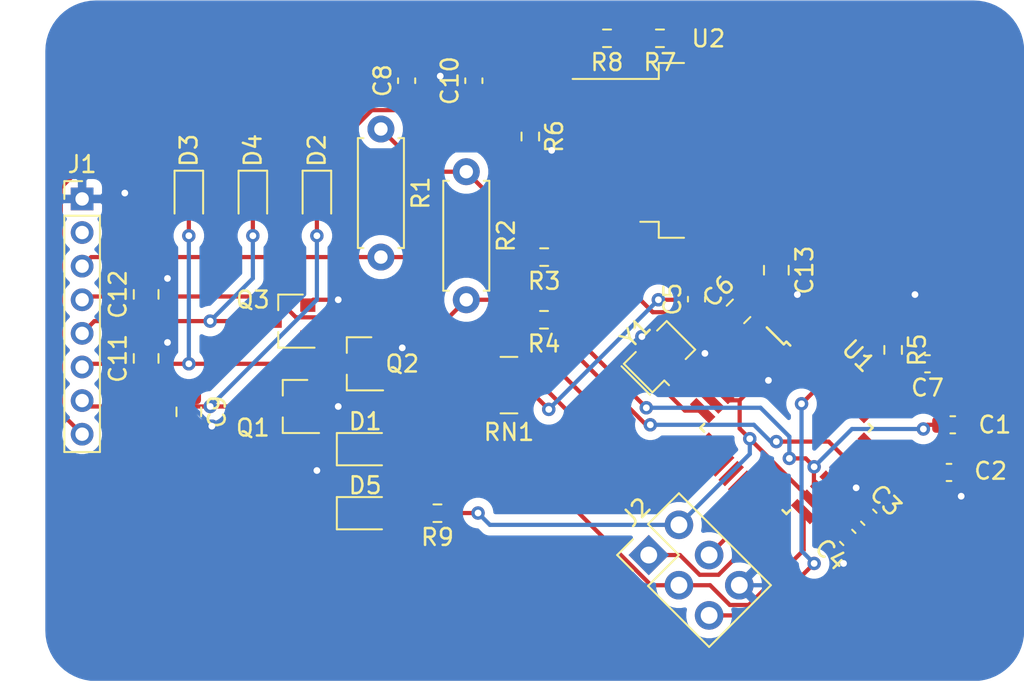
<source format=kicad_pcb>
(kicad_pcb (version 20171130) (host pcbnew "(5.1.7)-1")

  (general
    (thickness 1.6)
    (drawings 0)
    (tracks 286)
    (zones 0)
    (modules 36)
    (nets 43)
  )

  (page A4)
  (layers
    (0 F.Cu signal)
    (31 B.Cu signal)
    (32 B.Adhes user)
    (33 F.Adhes user)
    (34 B.Paste user)
    (35 F.Paste user)
    (36 B.SilkS user)
    (37 F.SilkS user)
    (38 B.Mask user)
    (39 F.Mask user)
    (40 Dwgs.User user hide)
    (41 Cmts.User user)
    (42 Eco1.User user)
    (43 Eco2.User user)
    (44 Edge.Cuts user)
    (45 Margin user)
    (46 B.CrtYd user)
    (47 F.CrtYd user)
    (48 B.Fab user)
    (49 F.Fab user)
  )

  (setup
    (last_trace_width 0.25)
    (trace_clearance 0.2)
    (zone_clearance 0.508)
    (zone_45_only no)
    (trace_min 0.2)
    (via_size 0.8)
    (via_drill 0.4)
    (via_min_size 0.4)
    (via_min_drill 0.3)
    (uvia_size 0.3)
    (uvia_drill 0.1)
    (uvias_allowed no)
    (uvia_min_size 0.2)
    (uvia_min_drill 0.1)
    (edge_width 0.05)
    (segment_width 0.2)
    (pcb_text_width 0.3)
    (pcb_text_size 1.5 1.5)
    (mod_edge_width 0.12)
    (mod_text_size 1 1)
    (mod_text_width 0.15)
    (pad_size 1.524 1.524)
    (pad_drill 0.762)
    (pad_to_mask_clearance 0)
    (aux_axis_origin 0 0)
    (visible_elements FFFFFF7F)
    (pcbplotparams
      (layerselection 0x010fc_ffffffff)
      (usegerberextensions false)
      (usegerberattributes true)
      (usegerberadvancedattributes true)
      (creategerberjobfile true)
      (excludeedgelayer true)
      (linewidth 0.100000)
      (plotframeref false)
      (viasonmask false)
      (mode 1)
      (useauxorigin false)
      (hpglpennumber 1)
      (hpglpenspeed 20)
      (hpglpendiameter 15.000000)
      (psnegative false)
      (psa4output false)
      (plotreference true)
      (plotvalue true)
      (plotinvisibletext false)
      (padsonsilk false)
      (subtractmaskfromsilk false)
      (outputformat 1)
      (mirror false)
      (drillshape 1)
      (scaleselection 1)
      (outputdirectory ""))
  )

  (net 0 "")
  (net 1 GND)
  (net 2 "Net-(C1-Pad2)")
  (net 3 "Net-(C2-Pad2)")
  (net 4 "Net-(C3-Pad1)")
  (net 5 VCC)
  (net 6 RESET)
  (net 7 +15V)
  (net 8 Sub-Level-Out)
  (net 9 Main-Level-Out)
  (net 10 "Net-(D1-Pad2)")
  (net 11 "Net-(D2-Pad1)")
  (net 12 "Net-(D5-Pad2)")
  (net 13 Low-Level-Warning-In)
  (net 14 Main-Level-In)
  (net 15 Sub-Level-In)
  (net 16 Low-Level-Warning-Out)
  (net 17 MISO)
  (net 18 SCK)
  (net 19 MOSI)
  (net 20 "Net-(Q1-Pad1)")
  (net 21 "Net-(Q2-Pad1)")
  (net 22 "Net-(Q3-Pad1)")
  (net 23 "Net-(R7-Pad2)")
  (net 24 "Net-(RN1-Pad3)")
  (net 25 "Net-(RN1-Pad2)")
  (net 26 "Net-(RN1-Pad4)")
  (net 27 "Net-(U1-Pad2)")
  (net 28 "Net-(U1-Pad7)")
  (net 29 "Net-(U1-Pad8)")
  (net 30 "Net-(U1-Pad11)")
  (net 31 "Net-(U1-Pad12)")
  (net 32 "Net-(U1-Pad13)")
  (net 33 "Net-(U1-Pad14)")
  (net 34 "Net-(U1-Pad23)")
  (net 35 "Net-(U1-Pad24)")
  (net 36 "Net-(U1-Pad25)")
  (net 37 "Net-(U1-Pad26)")
  (net 38 "Net-(U1-Pad27)")
  (net 39 "Net-(U1-Pad28)")
  (net 40 "Net-(U1-Pad30)")
  (net 41 "Net-(U1-Pad31)")
  (net 42 "Net-(U1-Pad32)")

  (net_class Default "This is the default net class."
    (clearance 0.2)
    (trace_width 0.25)
    (via_dia 0.8)
    (via_drill 0.4)
    (uvia_dia 0.3)
    (uvia_drill 0.1)
    (add_net +15V)
    (add_net GND)
    (add_net Low-Level-Warning-In)
    (add_net Low-Level-Warning-Out)
    (add_net MISO)
    (add_net MOSI)
    (add_net Main-Level-In)
    (add_net Main-Level-Out)
    (add_net "Net-(C1-Pad2)")
    (add_net "Net-(C2-Pad2)")
    (add_net "Net-(C3-Pad1)")
    (add_net "Net-(D1-Pad2)")
    (add_net "Net-(D2-Pad1)")
    (add_net "Net-(D5-Pad2)")
    (add_net "Net-(Q1-Pad1)")
    (add_net "Net-(Q2-Pad1)")
    (add_net "Net-(Q3-Pad1)")
    (add_net "Net-(R7-Pad2)")
    (add_net "Net-(RN1-Pad2)")
    (add_net "Net-(RN1-Pad3)")
    (add_net "Net-(RN1-Pad4)")
    (add_net "Net-(U1-Pad11)")
    (add_net "Net-(U1-Pad12)")
    (add_net "Net-(U1-Pad13)")
    (add_net "Net-(U1-Pad14)")
    (add_net "Net-(U1-Pad2)")
    (add_net "Net-(U1-Pad23)")
    (add_net "Net-(U1-Pad24)")
    (add_net "Net-(U1-Pad25)")
    (add_net "Net-(U1-Pad26)")
    (add_net "Net-(U1-Pad27)")
    (add_net "Net-(U1-Pad28)")
    (add_net "Net-(U1-Pad30)")
    (add_net "Net-(U1-Pad31)")
    (add_net "Net-(U1-Pad32)")
    (add_net "Net-(U1-Pad7)")
    (add_net "Net-(U1-Pad8)")
    (add_net RESET)
    (add_net SCK)
    (add_net Sub-Level-In)
    (add_net Sub-Level-Out)
    (add_net VCC)
  )

  (module Capacitor_SMD:C_0603_1608Metric (layer F.Cu) (tedit 5F68FEEE) (tstamp 60174BDE)
    (at 138.25 80.25 315)
    (descr "Capacitor SMD 0603 (1608 Metric), square (rectangular) end terminal, IPC_7351 nominal, (Body size source: IPC-SM-782 page 76, https://www.pcb-3d.com/wordpress/wp-content/uploads/ipc-sm-782a_amendment_1_and_2.pdf), generated with kicad-footprint-generator")
    (tags capacitor)
    (path /6100B7F8)
    (attr smd)
    (fp_text reference C3 (at 0 -1.43 135) (layer F.SilkS)
      (effects (font (size 1 1) (thickness 0.15)))
    )
    (fp_text value 100nF (at 0 1.43 135) (layer F.Fab)
      (effects (font (size 1 1) (thickness 0.15)))
    )
    (fp_line (start 1.48 0.73) (end -1.48 0.73) (layer F.CrtYd) (width 0.05))
    (fp_line (start 1.48 -0.73) (end 1.48 0.73) (layer F.CrtYd) (width 0.05))
    (fp_line (start -1.48 -0.73) (end 1.48 -0.73) (layer F.CrtYd) (width 0.05))
    (fp_line (start -1.48 0.73) (end -1.48 -0.73) (layer F.CrtYd) (width 0.05))
    (fp_line (start -0.14058 0.51) (end 0.14058 0.51) (layer F.SilkS) (width 0.12))
    (fp_line (start -0.14058 -0.51) (end 0.14058 -0.51) (layer F.SilkS) (width 0.12))
    (fp_line (start 0.8 0.4) (end -0.8 0.4) (layer F.Fab) (width 0.1))
    (fp_line (start 0.8 -0.4) (end 0.8 0.4) (layer F.Fab) (width 0.1))
    (fp_line (start -0.8 -0.4) (end 0.8 -0.4) (layer F.Fab) (width 0.1))
    (fp_line (start -0.8 0.4) (end -0.8 -0.4) (layer F.Fab) (width 0.1))
    (fp_text user %R (at 0 0) (layer F.Fab)
      (effects (font (size 0.4 0.4) (thickness 0.06)))
    )
    (pad 1 smd roundrect (at -0.775 0 315) (size 0.9 0.95) (layers F.Cu F.Paste F.Mask) (roundrect_rratio 0.25)
      (net 4 "Net-(C3-Pad1)"))
    (pad 2 smd roundrect (at 0.775 0 315) (size 0.9 0.95) (layers F.Cu F.Paste F.Mask) (roundrect_rratio 0.25)
      (net 1 GND))
    (model ${KISYS3DMOD}/Capacitor_SMD.3dshapes/C_0603_1608Metric.wrl
      (at (xyz 0 0 0))
      (scale (xyz 1 1 1))
      (rotate (xyz 0 0 0))
    )
  )

  (module Connector_PinHeader_2.54mm:PinHeader_2x03_P2.54mm_Vertical (layer F.Cu) (tedit 59FED5CC) (tstamp 60174D2E)
    (at 125.157898 82.5 45)
    (descr "Through hole straight pin header, 2x03, 2.54mm pitch, double rows")
    (tags "Through hole pin header THT 2x03 2.54mm double row")
    (path /60FED147)
    (fp_text reference J2 (at 1.27 -2.33 45) (layer F.SilkS)
      (effects (font (size 1 1) (thickness 0.15)))
    )
    (fp_text value ICSP (at 1.27 7.41 45) (layer F.Fab)
      (effects (font (size 1 1) (thickness 0.15)))
    )
    (fp_line (start 4.35 -1.8) (end -1.8 -1.8) (layer F.CrtYd) (width 0.05))
    (fp_line (start 4.35 6.85) (end 4.35 -1.8) (layer F.CrtYd) (width 0.05))
    (fp_line (start -1.8 6.85) (end 4.35 6.85) (layer F.CrtYd) (width 0.05))
    (fp_line (start -1.8 -1.8) (end -1.8 6.85) (layer F.CrtYd) (width 0.05))
    (fp_line (start -1.33 -1.33) (end 0 -1.33) (layer F.SilkS) (width 0.12))
    (fp_line (start -1.33 0) (end -1.33 -1.33) (layer F.SilkS) (width 0.12))
    (fp_line (start 1.27 -1.33) (end 3.87 -1.33) (layer F.SilkS) (width 0.12))
    (fp_line (start 1.27 1.27) (end 1.27 -1.33) (layer F.SilkS) (width 0.12))
    (fp_line (start -1.33 1.27) (end 1.27 1.27) (layer F.SilkS) (width 0.12))
    (fp_line (start 3.87 -1.33) (end 3.87 6.41) (layer F.SilkS) (width 0.12))
    (fp_line (start -1.33 1.27) (end -1.33 6.41) (layer F.SilkS) (width 0.12))
    (fp_line (start -1.33 6.41) (end 3.87 6.41) (layer F.SilkS) (width 0.12))
    (fp_line (start -1.27 0) (end 0 -1.27) (layer F.Fab) (width 0.1))
    (fp_line (start -1.27 6.35) (end -1.27 0) (layer F.Fab) (width 0.1))
    (fp_line (start 3.81 6.35) (end -1.27 6.35) (layer F.Fab) (width 0.1))
    (fp_line (start 3.81 -1.27) (end 3.81 6.35) (layer F.Fab) (width 0.1))
    (fp_line (start 0 -1.27) (end 3.81 -1.27) (layer F.Fab) (width 0.1))
    (fp_text user %R (at 1.27 2.54 135) (layer F.Fab)
      (effects (font (size 1 1) (thickness 0.15)))
    )
    (pad 1 thru_hole rect (at 0 0 45) (size 1.7 1.7) (drill 1) (layers *.Cu *.Mask)
      (net 17 MISO))
    (pad 2 thru_hole oval (at 2.54 0 45) (size 1.7 1.7) (drill 1) (layers *.Cu *.Mask)
      (net 5 VCC))
    (pad 3 thru_hole oval (at 0 2.54 45) (size 1.7 1.7) (drill 1) (layers *.Cu *.Mask)
      (net 18 SCK))
    (pad 4 thru_hole oval (at 2.54 2.54 45) (size 1.7 1.7) (drill 1) (layers *.Cu *.Mask)
      (net 19 MOSI))
    (pad 5 thru_hole oval (at 0 5.08 45) (size 1.7 1.7) (drill 1) (layers *.Cu *.Mask)
      (net 6 RESET))
    (pad 6 thru_hole oval (at 2.54 5.08 45) (size 1.7 1.7) (drill 1) (layers *.Cu *.Mask)
      (net 1 GND))
    (model ${KISYS3DMOD}/Connector_PinHeader_2.54mm.3dshapes/PinHeader_2x03_P2.54mm_Vertical.wrl
      (at (xyz 0 0 0))
      (scale (xyz 1 1 1))
      (rotate (xyz 0 0 0))
    )
  )

  (module Capacitor_SMD:C_0805_2012Metric (layer F.Cu) (tedit 5F68FEEE) (tstamp 60174C66)
    (at 95.25 70.8 90)
    (descr "Capacitor SMD 0805 (2012 Metric), square (rectangular) end terminal, IPC_7351 nominal, (Body size source: IPC-SM-782 page 76, https://www.pcb-3d.com/wordpress/wp-content/uploads/ipc-sm-782a_amendment_1_and_2.pdf, https://docs.google.com/spreadsheets/d/1BsfQQcO9C6DZCsRaXUlFlo91Tg2WpOkGARC1WS5S8t0/edit?usp=sharing), generated with kicad-footprint-generator")
    (tags capacitor)
    (path /60FE9704)
    (attr smd)
    (fp_text reference C11 (at 0 -1.68 90) (layer F.SilkS)
      (effects (font (size 1 1) (thickness 0.15)))
    )
    (fp_text value 22uF (at 0 1.68 90) (layer F.Fab)
      (effects (font (size 1 1) (thickness 0.15)))
    )
    (fp_line (start 1.7 0.98) (end -1.7 0.98) (layer F.CrtYd) (width 0.05))
    (fp_line (start 1.7 -0.98) (end 1.7 0.98) (layer F.CrtYd) (width 0.05))
    (fp_line (start -1.7 -0.98) (end 1.7 -0.98) (layer F.CrtYd) (width 0.05))
    (fp_line (start -1.7 0.98) (end -1.7 -0.98) (layer F.CrtYd) (width 0.05))
    (fp_line (start -0.261252 0.735) (end 0.261252 0.735) (layer F.SilkS) (width 0.12))
    (fp_line (start -0.261252 -0.735) (end 0.261252 -0.735) (layer F.SilkS) (width 0.12))
    (fp_line (start 1 0.625) (end -1 0.625) (layer F.Fab) (width 0.1))
    (fp_line (start 1 -0.625) (end 1 0.625) (layer F.Fab) (width 0.1))
    (fp_line (start -1 -0.625) (end 1 -0.625) (layer F.Fab) (width 0.1))
    (fp_line (start -1 0.625) (end -1 -0.625) (layer F.Fab) (width 0.1))
    (fp_text user %R (at 0 0 90) (layer F.Fab)
      (effects (font (size 0.5 0.5) (thickness 0.08)))
    )
    (pad 1 smd roundrect (at -0.95 0 90) (size 1 1.45) (layers F.Cu F.Paste F.Mask) (roundrect_rratio 0.25)
      (net 9 Main-Level-Out))
    (pad 2 smd roundrect (at 0.95 0 90) (size 1 1.45) (layers F.Cu F.Paste F.Mask) (roundrect_rratio 0.25)
      (net 1 GND))
    (model ${KISYS3DMOD}/Capacitor_SMD.3dshapes/C_0805_2012Metric.wrl
      (at (xyz 0 0 0))
      (scale (xyz 1 1 1))
      (rotate (xyz 0 0 0))
    )
  )

  (module Capacitor_SMD:C_0603_1608Metric (layer F.Cu) (tedit 5F68FEEE) (tstamp 60174BBC)
    (at 143.25 74.75 180)
    (descr "Capacitor SMD 0603 (1608 Metric), square (rectangular) end terminal, IPC_7351 nominal, (Body size source: IPC-SM-782 page 76, https://www.pcb-3d.com/wordpress/wp-content/uploads/ipc-sm-782a_amendment_1_and_2.pdf), generated with kicad-footprint-generator")
    (tags capacitor)
    (path /601F3CF9)
    (attr smd)
    (fp_text reference C1 (at -2.5 0) (layer F.SilkS)
      (effects (font (size 1 1) (thickness 0.15)))
    )
    (fp_text value 100nF (at 0 1.43) (layer F.Fab)
      (effects (font (size 1 1) (thickness 0.15)))
    )
    (fp_line (start 1.48 0.73) (end -1.48 0.73) (layer F.CrtYd) (width 0.05))
    (fp_line (start 1.48 -0.73) (end 1.48 0.73) (layer F.CrtYd) (width 0.05))
    (fp_line (start -1.48 -0.73) (end 1.48 -0.73) (layer F.CrtYd) (width 0.05))
    (fp_line (start -1.48 0.73) (end -1.48 -0.73) (layer F.CrtYd) (width 0.05))
    (fp_line (start -0.14058 0.51) (end 0.14058 0.51) (layer F.SilkS) (width 0.12))
    (fp_line (start -0.14058 -0.51) (end 0.14058 -0.51) (layer F.SilkS) (width 0.12))
    (fp_line (start 0.8 0.4) (end -0.8 0.4) (layer F.Fab) (width 0.1))
    (fp_line (start 0.8 -0.4) (end 0.8 0.4) (layer F.Fab) (width 0.1))
    (fp_line (start -0.8 -0.4) (end 0.8 -0.4) (layer F.Fab) (width 0.1))
    (fp_line (start -0.8 0.4) (end -0.8 -0.4) (layer F.Fab) (width 0.1))
    (fp_text user %R (at 0 0) (layer F.Fab)
      (effects (font (size 0.4 0.4) (thickness 0.06)))
    )
    (pad 1 smd roundrect (at -0.775 0 180) (size 0.9 0.95) (layers F.Cu F.Paste F.Mask) (roundrect_rratio 0.25)
      (net 1 GND))
    (pad 2 smd roundrect (at 0.775 0 180) (size 0.9 0.95) (layers F.Cu F.Paste F.Mask) (roundrect_rratio 0.25)
      (net 2 "Net-(C1-Pad2)"))
    (model ${KISYS3DMOD}/Capacitor_SMD.3dshapes/C_0603_1608Metric.wrl
      (at (xyz 0 0 0))
      (scale (xyz 1 1 1))
      (rotate (xyz 0 0 0))
    )
  )

  (module Capacitor_SMD:C_0603_1608Metric (layer F.Cu) (tedit 5F68FEEE) (tstamp 60174BCD)
    (at 143.025 77.585001 180)
    (descr "Capacitor SMD 0603 (1608 Metric), square (rectangular) end terminal, IPC_7351 nominal, (Body size source: IPC-SM-782 page 76, https://www.pcb-3d.com/wordpress/wp-content/uploads/ipc-sm-782a_amendment_1_and_2.pdf), generated with kicad-footprint-generator")
    (tags capacitor)
    (path /601F63A9)
    (attr smd)
    (fp_text reference C2 (at -2.475 0.085001) (layer F.SilkS)
      (effects (font (size 1 1) (thickness 0.15)))
    )
    (fp_text value 100nF (at 0 1.43) (layer F.Fab)
      (effects (font (size 1 1) (thickness 0.15)))
    )
    (fp_text user %R (at 0 0) (layer F.Fab)
      (effects (font (size 0.4 0.4) (thickness 0.06)))
    )
    (fp_line (start -0.8 0.4) (end -0.8 -0.4) (layer F.Fab) (width 0.1))
    (fp_line (start -0.8 -0.4) (end 0.8 -0.4) (layer F.Fab) (width 0.1))
    (fp_line (start 0.8 -0.4) (end 0.8 0.4) (layer F.Fab) (width 0.1))
    (fp_line (start 0.8 0.4) (end -0.8 0.4) (layer F.Fab) (width 0.1))
    (fp_line (start -0.14058 -0.51) (end 0.14058 -0.51) (layer F.SilkS) (width 0.12))
    (fp_line (start -0.14058 0.51) (end 0.14058 0.51) (layer F.SilkS) (width 0.12))
    (fp_line (start -1.48 0.73) (end -1.48 -0.73) (layer F.CrtYd) (width 0.05))
    (fp_line (start -1.48 -0.73) (end 1.48 -0.73) (layer F.CrtYd) (width 0.05))
    (fp_line (start 1.48 -0.73) (end 1.48 0.73) (layer F.CrtYd) (width 0.05))
    (fp_line (start 1.48 0.73) (end -1.48 0.73) (layer F.CrtYd) (width 0.05))
    (pad 2 smd roundrect (at 0.775 0 180) (size 0.9 0.95) (layers F.Cu F.Paste F.Mask) (roundrect_rratio 0.25)
      (net 3 "Net-(C2-Pad2)"))
    (pad 1 smd roundrect (at -0.775 0 180) (size 0.9 0.95) (layers F.Cu F.Paste F.Mask) (roundrect_rratio 0.25)
      (net 1 GND))
    (model ${KISYS3DMOD}/Capacitor_SMD.3dshapes/C_0603_1608Metric.wrl
      (at (xyz 0 0 0))
      (scale (xyz 1 1 1))
      (rotate (xyz 0 0 0))
    )
  )

  (module Capacitor_SMD:C_0603_1608Metric (layer F.Cu) (tedit 5F68FEEE) (tstamp 60174BEF)
    (at 137 81.451992 135)
    (descr "Capacitor SMD 0603 (1608 Metric), square (rectangular) end terminal, IPC_7351 nominal, (Body size source: IPC-SM-782 page 76, https://www.pcb-3d.com/wordpress/wp-content/uploads/ipc-sm-782a_amendment_1_and_2.pdf), generated with kicad-footprint-generator")
    (tags capacitor)
    (path /6100FDDF)
    (attr smd)
    (fp_text reference C4 (at 0 -1.43 135) (layer F.SilkS)
      (effects (font (size 1 1) (thickness 0.15)))
    )
    (fp_text value 1uF (at 0 1.43 135) (layer F.Fab)
      (effects (font (size 1 1) (thickness 0.15)))
    )
    (fp_text user %R (at 0 0 135) (layer F.Fab)
      (effects (font (size 0.4 0.4) (thickness 0.06)))
    )
    (fp_line (start -0.8 0.4) (end -0.8 -0.4) (layer F.Fab) (width 0.1))
    (fp_line (start -0.8 -0.4) (end 0.8 -0.4) (layer F.Fab) (width 0.1))
    (fp_line (start 0.8 -0.4) (end 0.8 0.4) (layer F.Fab) (width 0.1))
    (fp_line (start 0.8 0.4) (end -0.8 0.4) (layer F.Fab) (width 0.1))
    (fp_line (start -0.14058 -0.51) (end 0.14058 -0.51) (layer F.SilkS) (width 0.12))
    (fp_line (start -0.14058 0.51) (end 0.14058 0.51) (layer F.SilkS) (width 0.12))
    (fp_line (start -1.48 0.73) (end -1.48 -0.73) (layer F.CrtYd) (width 0.05))
    (fp_line (start -1.48 -0.73) (end 1.48 -0.73) (layer F.CrtYd) (width 0.05))
    (fp_line (start 1.48 -0.73) (end 1.48 0.73) (layer F.CrtYd) (width 0.05))
    (fp_line (start 1.48 0.73) (end -1.48 0.73) (layer F.CrtYd) (width 0.05))
    (pad 2 smd roundrect (at 0.775 0 135) (size 0.9 0.95) (layers F.Cu F.Paste F.Mask) (roundrect_rratio 0.25)
      (net 5 VCC))
    (pad 1 smd roundrect (at -0.775 0 135) (size 0.9 0.95) (layers F.Cu F.Paste F.Mask) (roundrect_rratio 0.25)
      (net 1 GND))
    (model ${KISYS3DMOD}/Capacitor_SMD.3dshapes/C_0603_1608Metric.wrl
      (at (xyz 0 0 0))
      (scale (xyz 1 1 1))
      (rotate (xyz 0 0 0))
    )
  )

  (module Capacitor_SMD:C_0603_1608Metric (layer F.Cu) (tedit 5F68FEEE) (tstamp 60174C00)
    (at 128 67.275 90)
    (descr "Capacitor SMD 0603 (1608 Metric), square (rectangular) end terminal, IPC_7351 nominal, (Body size source: IPC-SM-782 page 76, https://www.pcb-3d.com/wordpress/wp-content/uploads/ipc-sm-782a_amendment_1_and_2.pdf), generated with kicad-footprint-generator")
    (tags capacitor)
    (path /61010FC8)
    (attr smd)
    (fp_text reference C5 (at 0 -1.43 90) (layer F.SilkS)
      (effects (font (size 1 1) (thickness 0.15)))
    )
    (fp_text value 1uF (at 0 1.43 90) (layer F.Fab)
      (effects (font (size 1 1) (thickness 0.15)))
    )
    (fp_line (start 1.48 0.73) (end -1.48 0.73) (layer F.CrtYd) (width 0.05))
    (fp_line (start 1.48 -0.73) (end 1.48 0.73) (layer F.CrtYd) (width 0.05))
    (fp_line (start -1.48 -0.73) (end 1.48 -0.73) (layer F.CrtYd) (width 0.05))
    (fp_line (start -1.48 0.73) (end -1.48 -0.73) (layer F.CrtYd) (width 0.05))
    (fp_line (start -0.14058 0.51) (end 0.14058 0.51) (layer F.SilkS) (width 0.12))
    (fp_line (start -0.14058 -0.51) (end 0.14058 -0.51) (layer F.SilkS) (width 0.12))
    (fp_line (start 0.8 0.4) (end -0.8 0.4) (layer F.Fab) (width 0.1))
    (fp_line (start 0.8 -0.4) (end 0.8 0.4) (layer F.Fab) (width 0.1))
    (fp_line (start -0.8 -0.4) (end 0.8 -0.4) (layer F.Fab) (width 0.1))
    (fp_line (start -0.8 0.4) (end -0.8 -0.4) (layer F.Fab) (width 0.1))
    (fp_text user %R (at 0 0 90) (layer F.Fab)
      (effects (font (size 0.4 0.4) (thickness 0.06)))
    )
    (pad 1 smd roundrect (at -0.775 0 90) (size 0.9 0.95) (layers F.Cu F.Paste F.Mask) (roundrect_rratio 0.25)
      (net 5 VCC))
    (pad 2 smd roundrect (at 0.775 0 90) (size 0.9 0.95) (layers F.Cu F.Paste F.Mask) (roundrect_rratio 0.25)
      (net 1 GND))
    (model ${KISYS3DMOD}/Capacitor_SMD.3dshapes/C_0603_1608Metric.wrl
      (at (xyz 0 0 0))
      (scale (xyz 1 1 1))
      (rotate (xyz 0 0 0))
    )
  )

  (module Capacitor_SMD:C_0805_2012Metric (layer F.Cu) (tedit 5F68FEEE) (tstamp 60174C11)
    (at 130.5 68 45)
    (descr "Capacitor SMD 0805 (2012 Metric), square (rectangular) end terminal, IPC_7351 nominal, (Body size source: IPC-SM-782 page 76, https://www.pcb-3d.com/wordpress/wp-content/uploads/ipc-sm-782a_amendment_1_and_2.pdf, https://docs.google.com/spreadsheets/d/1BsfQQcO9C6DZCsRaXUlFlo91Tg2WpOkGARC1WS5S8t0/edit?usp=sharing), generated with kicad-footprint-generator")
    (tags capacitor)
    (path /6100E5BA)
    (attr smd)
    (fp_text reference C6 (at 0 -1.68 45) (layer F.SilkS)
      (effects (font (size 1 1) (thickness 0.15)))
    )
    (fp_text value "4.7uF 16V" (at 0 1.68 45) (layer F.Fab)
      (effects (font (size 1 1) (thickness 0.15)))
    )
    (fp_text user %R (at 0 0 45) (layer F.Fab)
      (effects (font (size 0.5 0.5) (thickness 0.08)))
    )
    (fp_line (start -1 0.625) (end -1 -0.625) (layer F.Fab) (width 0.1))
    (fp_line (start -1 -0.625) (end 1 -0.625) (layer F.Fab) (width 0.1))
    (fp_line (start 1 -0.625) (end 1 0.625) (layer F.Fab) (width 0.1))
    (fp_line (start 1 0.625) (end -1 0.625) (layer F.Fab) (width 0.1))
    (fp_line (start -0.261252 -0.735) (end 0.261252 -0.735) (layer F.SilkS) (width 0.12))
    (fp_line (start -0.261252 0.735) (end 0.261252 0.735) (layer F.SilkS) (width 0.12))
    (fp_line (start -1.7 0.98) (end -1.7 -0.98) (layer F.CrtYd) (width 0.05))
    (fp_line (start -1.7 -0.98) (end 1.7 -0.98) (layer F.CrtYd) (width 0.05))
    (fp_line (start 1.7 -0.98) (end 1.7 0.98) (layer F.CrtYd) (width 0.05))
    (fp_line (start 1.7 0.98) (end -1.7 0.98) (layer F.CrtYd) (width 0.05))
    (pad 2 smd roundrect (at 0.95 0 45) (size 1 1.45) (layers F.Cu F.Paste F.Mask) (roundrect_rratio 0.25)
      (net 1 GND))
    (pad 1 smd roundrect (at -0.95 0 45) (size 1 1.45) (layers F.Cu F.Paste F.Mask) (roundrect_rratio 0.25)
      (net 5 VCC))
    (model ${KISYS3DMOD}/Capacitor_SMD.3dshapes/C_0805_2012Metric.wrl
      (at (xyz 0 0 0))
      (scale (xyz 1 1 1))
      (rotate (xyz 0 0 0))
    )
  )

  (module Capacitor_SMD:C_0603_1608Metric (layer F.Cu) (tedit 5F68FEEE) (tstamp 60174C22)
    (at 141.745 71.12 180)
    (descr "Capacitor SMD 0603 (1608 Metric), square (rectangular) end terminal, IPC_7351 nominal, (Body size source: IPC-SM-782 page 76, https://www.pcb-3d.com/wordpress/wp-content/uploads/ipc-sm-782a_amendment_1_and_2.pdf), generated with kicad-footprint-generator")
    (tags capacitor)
    (path /601F17EC)
    (attr smd)
    (fp_text reference C7 (at 0 -1.43) (layer F.SilkS)
      (effects (font (size 1 1) (thickness 0.15)))
    )
    (fp_text value 100nF (at 0 1.43) (layer F.Fab)
      (effects (font (size 1 1) (thickness 0.15)))
    )
    (fp_text user %R (at 0 0) (layer F.Fab)
      (effects (font (size 0.4 0.4) (thickness 0.06)))
    )
    (fp_line (start -0.8 0.4) (end -0.8 -0.4) (layer F.Fab) (width 0.1))
    (fp_line (start -0.8 -0.4) (end 0.8 -0.4) (layer F.Fab) (width 0.1))
    (fp_line (start 0.8 -0.4) (end 0.8 0.4) (layer F.Fab) (width 0.1))
    (fp_line (start 0.8 0.4) (end -0.8 0.4) (layer F.Fab) (width 0.1))
    (fp_line (start -0.14058 -0.51) (end 0.14058 -0.51) (layer F.SilkS) (width 0.12))
    (fp_line (start -0.14058 0.51) (end 0.14058 0.51) (layer F.SilkS) (width 0.12))
    (fp_line (start -1.48 0.73) (end -1.48 -0.73) (layer F.CrtYd) (width 0.05))
    (fp_line (start -1.48 -0.73) (end 1.48 -0.73) (layer F.CrtYd) (width 0.05))
    (fp_line (start 1.48 -0.73) (end 1.48 0.73) (layer F.CrtYd) (width 0.05))
    (fp_line (start 1.48 0.73) (end -1.48 0.73) (layer F.CrtYd) (width 0.05))
    (pad 2 smd roundrect (at 0.775 0 180) (size 0.9 0.95) (layers F.Cu F.Paste F.Mask) (roundrect_rratio 0.25)
      (net 6 RESET))
    (pad 1 smd roundrect (at -0.775 0 180) (size 0.9 0.95) (layers F.Cu F.Paste F.Mask) (roundrect_rratio 0.25)
      (net 1 GND))
    (model ${KISYS3DMOD}/Capacitor_SMD.3dshapes/C_0603_1608Metric.wrl
      (at (xyz 0 0 0))
      (scale (xyz 1 1 1))
      (rotate (xyz 0 0 0))
    )
  )

  (module Capacitor_SMD:C_0603_1608Metric (layer F.Cu) (tedit 5F68FEEE) (tstamp 60174C33)
    (at 110.75 54.275 90)
    (descr "Capacitor SMD 0603 (1608 Metric), square (rectangular) end terminal, IPC_7351 nominal, (Body size source: IPC-SM-782 page 76, https://www.pcb-3d.com/wordpress/wp-content/uploads/ipc-sm-782a_amendment_1_and_2.pdf), generated with kicad-footprint-generator")
    (tags capacitor)
    (path /60FD91C9)
    (attr smd)
    (fp_text reference C8 (at 0 -1.43 90) (layer F.SilkS)
      (effects (font (size 1 1) (thickness 0.15)))
    )
    (fp_text value 1uF (at 0 1.43 90) (layer F.Fab)
      (effects (font (size 1 1) (thickness 0.15)))
    )
    (fp_text user %R (at 0 0 90) (layer F.Fab)
      (effects (font (size 0.4 0.4) (thickness 0.06)))
    )
    (fp_line (start -0.8 0.4) (end -0.8 -0.4) (layer F.Fab) (width 0.1))
    (fp_line (start -0.8 -0.4) (end 0.8 -0.4) (layer F.Fab) (width 0.1))
    (fp_line (start 0.8 -0.4) (end 0.8 0.4) (layer F.Fab) (width 0.1))
    (fp_line (start 0.8 0.4) (end -0.8 0.4) (layer F.Fab) (width 0.1))
    (fp_line (start -0.14058 -0.51) (end 0.14058 -0.51) (layer F.SilkS) (width 0.12))
    (fp_line (start -0.14058 0.51) (end 0.14058 0.51) (layer F.SilkS) (width 0.12))
    (fp_line (start -1.48 0.73) (end -1.48 -0.73) (layer F.CrtYd) (width 0.05))
    (fp_line (start -1.48 -0.73) (end 1.48 -0.73) (layer F.CrtYd) (width 0.05))
    (fp_line (start 1.48 -0.73) (end 1.48 0.73) (layer F.CrtYd) (width 0.05))
    (fp_line (start 1.48 0.73) (end -1.48 0.73) (layer F.CrtYd) (width 0.05))
    (pad 2 smd roundrect (at 0.775 0 90) (size 0.9 0.95) (layers F.Cu F.Paste F.Mask) (roundrect_rratio 0.25)
      (net 1 GND))
    (pad 1 smd roundrect (at -0.775 0 90) (size 0.9 0.95) (layers F.Cu F.Paste F.Mask) (roundrect_rratio 0.25)
      (net 7 +15V))
    (model ${KISYS3DMOD}/Capacitor_SMD.3dshapes/C_0603_1608Metric.wrl
      (at (xyz 0 0 0))
      (scale (xyz 1 1 1))
      (rotate (xyz 0 0 0))
    )
  )

  (module Capacitor_SMD:C_0805_2012Metric (layer F.Cu) (tedit 5F68FEEE) (tstamp 6017A44E)
    (at 97.79 73.98 270)
    (descr "Capacitor SMD 0805 (2012 Metric), square (rectangular) end terminal, IPC_7351 nominal, (Body size source: IPC-SM-782 page 76, https://www.pcb-3d.com/wordpress/wp-content/uploads/ipc-sm-782a_amendment_1_and_2.pdf, https://docs.google.com/spreadsheets/d/1BsfQQcO9C6DZCsRaXUlFlo91Tg2WpOkGARC1WS5S8t0/edit?usp=sharing), generated with kicad-footprint-generator")
    (tags capacitor)
    (path /60FEA3F6)
    (attr smd)
    (fp_text reference C9 (at 0 -1.68 90) (layer F.SilkS)
      (effects (font (size 1 1) (thickness 0.15)))
    )
    (fp_text value 22uF (at 0 1.68 90) (layer F.Fab)
      (effects (font (size 1 1) (thickness 0.15)))
    )
    (fp_text user %R (at 0 0 90) (layer F.Fab)
      (effects (font (size 0.5 0.5) (thickness 0.08)))
    )
    (fp_line (start -1 0.625) (end -1 -0.625) (layer F.Fab) (width 0.1))
    (fp_line (start -1 -0.625) (end 1 -0.625) (layer F.Fab) (width 0.1))
    (fp_line (start 1 -0.625) (end 1 0.625) (layer F.Fab) (width 0.1))
    (fp_line (start 1 0.625) (end -1 0.625) (layer F.Fab) (width 0.1))
    (fp_line (start -0.261252 -0.735) (end 0.261252 -0.735) (layer F.SilkS) (width 0.12))
    (fp_line (start -0.261252 0.735) (end 0.261252 0.735) (layer F.SilkS) (width 0.12))
    (fp_line (start -1.7 0.98) (end -1.7 -0.98) (layer F.CrtYd) (width 0.05))
    (fp_line (start -1.7 -0.98) (end 1.7 -0.98) (layer F.CrtYd) (width 0.05))
    (fp_line (start 1.7 -0.98) (end 1.7 0.98) (layer F.CrtYd) (width 0.05))
    (fp_line (start 1.7 0.98) (end -1.7 0.98) (layer F.CrtYd) (width 0.05))
    (pad 2 smd roundrect (at 0.95 0 270) (size 1 1.45) (layers F.Cu F.Paste F.Mask) (roundrect_rratio 0.25)
      (net 1 GND))
    (pad 1 smd roundrect (at -0.95 0 270) (size 1 1.45) (layers F.Cu F.Paste F.Mask) (roundrect_rratio 0.25)
      (net 8 Sub-Level-Out))
    (model ${KISYS3DMOD}/Capacitor_SMD.3dshapes/C_0805_2012Metric.wrl
      (at (xyz 0 0 0))
      (scale (xyz 1 1 1))
      (rotate (xyz 0 0 0))
    )
  )

  (module Capacitor_SMD:C_0603_1608Metric (layer F.Cu) (tedit 5F68FEEE) (tstamp 60174C55)
    (at 114.75 54.275 90)
    (descr "Capacitor SMD 0603 (1608 Metric), square (rectangular) end terminal, IPC_7351 nominal, (Body size source: IPC-SM-782 page 76, https://www.pcb-3d.com/wordpress/wp-content/uploads/ipc-sm-782a_amendment_1_and_2.pdf), generated with kicad-footprint-generator")
    (tags capacitor)
    (path /60FD873D)
    (attr smd)
    (fp_text reference C10 (at 0 -1.43 90) (layer F.SilkS)
      (effects (font (size 1 1) (thickness 0.15)))
    )
    (fp_text value 100nF (at 0 1.43 90) (layer F.Fab)
      (effects (font (size 1 1) (thickness 0.15)))
    )
    (fp_line (start 1.48 0.73) (end -1.48 0.73) (layer F.CrtYd) (width 0.05))
    (fp_line (start 1.48 -0.73) (end 1.48 0.73) (layer F.CrtYd) (width 0.05))
    (fp_line (start -1.48 -0.73) (end 1.48 -0.73) (layer F.CrtYd) (width 0.05))
    (fp_line (start -1.48 0.73) (end -1.48 -0.73) (layer F.CrtYd) (width 0.05))
    (fp_line (start -0.14058 0.51) (end 0.14058 0.51) (layer F.SilkS) (width 0.12))
    (fp_line (start -0.14058 -0.51) (end 0.14058 -0.51) (layer F.SilkS) (width 0.12))
    (fp_line (start 0.8 0.4) (end -0.8 0.4) (layer F.Fab) (width 0.1))
    (fp_line (start 0.8 -0.4) (end 0.8 0.4) (layer F.Fab) (width 0.1))
    (fp_line (start -0.8 -0.4) (end 0.8 -0.4) (layer F.Fab) (width 0.1))
    (fp_line (start -0.8 0.4) (end -0.8 -0.4) (layer F.Fab) (width 0.1))
    (fp_text user %R (at 0 0 90) (layer F.Fab)
      (effects (font (size 0.4 0.4) (thickness 0.06)))
    )
    (pad 1 smd roundrect (at -0.775 0 90) (size 0.9 0.95) (layers F.Cu F.Paste F.Mask) (roundrect_rratio 0.25)
      (net 7 +15V))
    (pad 2 smd roundrect (at 0.775 0 90) (size 0.9 0.95) (layers F.Cu F.Paste F.Mask) (roundrect_rratio 0.25)
      (net 1 GND))
    (model ${KISYS3DMOD}/Capacitor_SMD.3dshapes/C_0603_1608Metric.wrl
      (at (xyz 0 0 0))
      (scale (xyz 1 1 1))
      (rotate (xyz 0 0 0))
    )
  )

  (module Capacitor_SMD:C_0805_2012Metric (layer F.Cu) (tedit 5F68FEEE) (tstamp 60174C77)
    (at 95.25 66.99 90)
    (descr "Capacitor SMD 0805 (2012 Metric), square (rectangular) end terminal, IPC_7351 nominal, (Body size source: IPC-SM-782 page 76, https://www.pcb-3d.com/wordpress/wp-content/uploads/ipc-sm-782a_amendment_1_and_2.pdf, https://docs.google.com/spreadsheets/d/1BsfQQcO9C6DZCsRaXUlFlo91Tg2WpOkGARC1WS5S8t0/edit?usp=sharing), generated with kicad-footprint-generator")
    (tags capacitor)
    (path /6018DED5)
    (attr smd)
    (fp_text reference C12 (at 0 -1.68 90) (layer F.SilkS)
      (effects (font (size 1 1) (thickness 0.15)))
    )
    (fp_text value 22uF (at 0 1.68 90) (layer F.Fab)
      (effects (font (size 1 1) (thickness 0.15)))
    )
    (fp_line (start 1.7 0.98) (end -1.7 0.98) (layer F.CrtYd) (width 0.05))
    (fp_line (start 1.7 -0.98) (end 1.7 0.98) (layer F.CrtYd) (width 0.05))
    (fp_line (start -1.7 -0.98) (end 1.7 -0.98) (layer F.CrtYd) (width 0.05))
    (fp_line (start -1.7 0.98) (end -1.7 -0.98) (layer F.CrtYd) (width 0.05))
    (fp_line (start -0.261252 0.735) (end 0.261252 0.735) (layer F.SilkS) (width 0.12))
    (fp_line (start -0.261252 -0.735) (end 0.261252 -0.735) (layer F.SilkS) (width 0.12))
    (fp_line (start 1 0.625) (end -1 0.625) (layer F.Fab) (width 0.1))
    (fp_line (start 1 -0.625) (end 1 0.625) (layer F.Fab) (width 0.1))
    (fp_line (start -1 -0.625) (end 1 -0.625) (layer F.Fab) (width 0.1))
    (fp_line (start -1 0.625) (end -1 -0.625) (layer F.Fab) (width 0.1))
    (fp_text user %R (at 0 0 90) (layer F.Fab)
      (effects (font (size 0.5 0.5) (thickness 0.08)))
    )
    (pad 1 smd roundrect (at -0.95 0 90) (size 1 1.45) (layers F.Cu F.Paste F.Mask) (roundrect_rratio 0.25)
      (net 16 Low-Level-Warning-Out))
    (pad 2 smd roundrect (at 0.95 0 90) (size 1 1.45) (layers F.Cu F.Paste F.Mask) (roundrect_rratio 0.25)
      (net 1 GND))
    (model ${KISYS3DMOD}/Capacitor_SMD.3dshapes/C_0805_2012Metric.wrl
      (at (xyz 0 0 0))
      (scale (xyz 1 1 1))
      (rotate (xyz 0 0 0))
    )
  )

  (module Capacitor_SMD:C_0805_2012Metric (layer F.Cu) (tedit 5F68FEEE) (tstamp 60174C88)
    (at 132.75 65.55 270)
    (descr "Capacitor SMD 0805 (2012 Metric), square (rectangular) end terminal, IPC_7351 nominal, (Body size source: IPC-SM-782 page 76, https://www.pcb-3d.com/wordpress/wp-content/uploads/ipc-sm-782a_amendment_1_and_2.pdf, https://docs.google.com/spreadsheets/d/1BsfQQcO9C6DZCsRaXUlFlo91Tg2WpOkGARC1WS5S8t0/edit?usp=sharing), generated with kicad-footprint-generator")
    (tags capacitor)
    (path /60FD94A2)
    (attr smd)
    (fp_text reference C13 (at 0 -1.68 90) (layer F.SilkS)
      (effects (font (size 1 1) (thickness 0.15)))
    )
    (fp_text value 22uF (at 0 1.68 90) (layer F.Fab)
      (effects (font (size 1 1) (thickness 0.15)))
    )
    (fp_line (start 1.7 0.98) (end -1.7 0.98) (layer F.CrtYd) (width 0.05))
    (fp_line (start 1.7 -0.98) (end 1.7 0.98) (layer F.CrtYd) (width 0.05))
    (fp_line (start -1.7 -0.98) (end 1.7 -0.98) (layer F.CrtYd) (width 0.05))
    (fp_line (start -1.7 0.98) (end -1.7 -0.98) (layer F.CrtYd) (width 0.05))
    (fp_line (start -0.261252 0.735) (end 0.261252 0.735) (layer F.SilkS) (width 0.12))
    (fp_line (start -0.261252 -0.735) (end 0.261252 -0.735) (layer F.SilkS) (width 0.12))
    (fp_line (start 1 0.625) (end -1 0.625) (layer F.Fab) (width 0.1))
    (fp_line (start 1 -0.625) (end 1 0.625) (layer F.Fab) (width 0.1))
    (fp_line (start -1 -0.625) (end 1 -0.625) (layer F.Fab) (width 0.1))
    (fp_line (start -1 0.625) (end -1 -0.625) (layer F.Fab) (width 0.1))
    (fp_text user %R (at 0 0 90) (layer F.Fab)
      (effects (font (size 0.5 0.5) (thickness 0.08)))
    )
    (pad 1 smd roundrect (at -0.95 0 270) (size 1 1.45) (layers F.Cu F.Paste F.Mask) (roundrect_rratio 0.25)
      (net 5 VCC))
    (pad 2 smd roundrect (at 0.95 0 270) (size 1 1.45) (layers F.Cu F.Paste F.Mask) (roundrect_rratio 0.25)
      (net 1 GND))
    (model ${KISYS3DMOD}/Capacitor_SMD.3dshapes/C_0805_2012Metric.wrl
      (at (xyz 0 0 0))
      (scale (xyz 1 1 1))
      (rotate (xyz 0 0 0))
    )
  )

  (module LED_SMD:LED_0805_2012Metric (layer F.Cu) (tedit 5F68FEF1) (tstamp 60174C9B)
    (at 108.2825 76.2)
    (descr "LED SMD 0805 (2012 Metric), square (rectangular) end terminal, IPC_7351 nominal, (Body size source: https://docs.google.com/spreadsheets/d/1BsfQQcO9C6DZCsRaXUlFlo91Tg2WpOkGARC1WS5S8t0/edit?usp=sharing), generated with kicad-footprint-generator")
    (tags LED)
    (path /60FF83CA)
    (attr smd)
    (fp_text reference D1 (at 0 -1.65) (layer F.SilkS)
      (effects (font (size 1 1) (thickness 0.15)))
    )
    (fp_text value LED (at 0 1.65) (layer F.Fab)
      (effects (font (size 1 1) (thickness 0.15)))
    )
    (fp_line (start 1.68 0.95) (end -1.68 0.95) (layer F.CrtYd) (width 0.05))
    (fp_line (start 1.68 -0.95) (end 1.68 0.95) (layer F.CrtYd) (width 0.05))
    (fp_line (start -1.68 -0.95) (end 1.68 -0.95) (layer F.CrtYd) (width 0.05))
    (fp_line (start -1.68 0.95) (end -1.68 -0.95) (layer F.CrtYd) (width 0.05))
    (fp_line (start -1.685 0.96) (end 1 0.96) (layer F.SilkS) (width 0.12))
    (fp_line (start -1.685 -0.96) (end -1.685 0.96) (layer F.SilkS) (width 0.12))
    (fp_line (start 1 -0.96) (end -1.685 -0.96) (layer F.SilkS) (width 0.12))
    (fp_line (start 1 0.6) (end 1 -0.6) (layer F.Fab) (width 0.1))
    (fp_line (start -1 0.6) (end 1 0.6) (layer F.Fab) (width 0.1))
    (fp_line (start -1 -0.3) (end -1 0.6) (layer F.Fab) (width 0.1))
    (fp_line (start -0.7 -0.6) (end -1 -0.3) (layer F.Fab) (width 0.1))
    (fp_line (start 1 -0.6) (end -0.7 -0.6) (layer F.Fab) (width 0.1))
    (fp_text user %R (at 0 0) (layer F.Fab)
      (effects (font (size 0.5 0.5) (thickness 0.08)))
    )
    (pad 1 smd roundrect (at -0.9375 0) (size 0.975 1.4) (layers F.Cu F.Paste F.Mask) (roundrect_rratio 0.25)
      (net 1 GND))
    (pad 2 smd roundrect (at 0.9375 0) (size 0.975 1.4) (layers F.Cu F.Paste F.Mask) (roundrect_rratio 0.25)
      (net 10 "Net-(D1-Pad2)"))
    (model ${KISYS3DMOD}/LED_SMD.3dshapes/LED_0805_2012Metric.wrl
      (at (xyz 0 0 0))
      (scale (xyz 1 1 1))
      (rotate (xyz 0 0 0))
    )
  )

  (module Diode_SMD:D_SOD-323F (layer F.Cu) (tedit 590A48EB) (tstamp 60174CB3)
    (at 105.41 61.13 270)
    (descr "SOD-323F http://www.nxp.com/documents/outline_drawing/SOD323F.pdf")
    (tags SOD-323F)
    (path /60FE1D20)
    (attr smd)
    (fp_text reference D2 (at -2.71 0 90) (layer F.SilkS)
      (effects (font (size 1 1) (thickness 0.15)))
    )
    (fp_text value 1N4148WS (at 0.1 1.9 90) (layer F.Fab)
      (effects (font (size 1 1) (thickness 0.15)))
    )
    (fp_line (start -1.5 -0.85) (end 1.05 -0.85) (layer F.SilkS) (width 0.12))
    (fp_line (start -1.5 0.85) (end 1.05 0.85) (layer F.SilkS) (width 0.12))
    (fp_line (start -1.6 -0.95) (end -1.6 0.95) (layer F.CrtYd) (width 0.05))
    (fp_line (start -1.6 0.95) (end 1.6 0.95) (layer F.CrtYd) (width 0.05))
    (fp_line (start 1.6 -0.95) (end 1.6 0.95) (layer F.CrtYd) (width 0.05))
    (fp_line (start -1.6 -0.95) (end 1.6 -0.95) (layer F.CrtYd) (width 0.05))
    (fp_line (start -0.9 -0.7) (end 0.9 -0.7) (layer F.Fab) (width 0.1))
    (fp_line (start 0.9 -0.7) (end 0.9 0.7) (layer F.Fab) (width 0.1))
    (fp_line (start 0.9 0.7) (end -0.9 0.7) (layer F.Fab) (width 0.1))
    (fp_line (start -0.9 0.7) (end -0.9 -0.7) (layer F.Fab) (width 0.1))
    (fp_line (start -0.3 -0.35) (end -0.3 0.35) (layer F.Fab) (width 0.1))
    (fp_line (start -0.3 0) (end -0.5 0) (layer F.Fab) (width 0.1))
    (fp_line (start -0.3 0) (end 0.2 -0.35) (layer F.Fab) (width 0.1))
    (fp_line (start 0.2 -0.35) (end 0.2 0.35) (layer F.Fab) (width 0.1))
    (fp_line (start 0.2 0.35) (end -0.3 0) (layer F.Fab) (width 0.1))
    (fp_line (start 0.2 0) (end 0.45 0) (layer F.Fab) (width 0.1))
    (fp_line (start -1.5 -0.85) (end -1.5 0.85) (layer F.SilkS) (width 0.12))
    (fp_text user %R (at 0 -1.85 90) (layer F.Fab)
      (effects (font (size 1 1) (thickness 0.15)))
    )
    (pad 1 smd rect (at -1.1 0 270) (size 0.5 0.5) (layers F.Cu F.Paste F.Mask)
      (net 11 "Net-(D2-Pad1)"))
    (pad 2 smd rect (at 1.1 0 270) (size 0.5 0.5) (layers F.Cu F.Paste F.Mask)
      (net 8 Sub-Level-Out))
    (model ${KISYS3DMOD}/Diode_SMD.3dshapes/D_SOD-323F.wrl
      (at (xyz 0 0 0))
      (scale (xyz 1 1 1))
      (rotate (xyz 0 0 0))
    )
  )

  (module Diode_SMD:D_SOD-323F (layer F.Cu) (tedit 590A48EB) (tstamp 60174CCB)
    (at 97.79 61.13 270)
    (descr "SOD-323F http://www.nxp.com/documents/outline_drawing/SOD323F.pdf")
    (tags SOD-323F)
    (path /60FE29E0)
    (attr smd)
    (fp_text reference D3 (at -2.71 0 90) (layer F.SilkS)
      (effects (font (size 1 1) (thickness 0.15)))
    )
    (fp_text value 1N4148WS (at 0.1 1.9 90) (layer F.Fab)
      (effects (font (size 1 1) (thickness 0.15)))
    )
    (fp_text user %R (at 0 -1.85 90) (layer F.Fab)
      (effects (font (size 1 1) (thickness 0.15)))
    )
    (fp_line (start -1.5 -0.85) (end -1.5 0.85) (layer F.SilkS) (width 0.12))
    (fp_line (start 0.2 0) (end 0.45 0) (layer F.Fab) (width 0.1))
    (fp_line (start 0.2 0.35) (end -0.3 0) (layer F.Fab) (width 0.1))
    (fp_line (start 0.2 -0.35) (end 0.2 0.35) (layer F.Fab) (width 0.1))
    (fp_line (start -0.3 0) (end 0.2 -0.35) (layer F.Fab) (width 0.1))
    (fp_line (start -0.3 0) (end -0.5 0) (layer F.Fab) (width 0.1))
    (fp_line (start -0.3 -0.35) (end -0.3 0.35) (layer F.Fab) (width 0.1))
    (fp_line (start -0.9 0.7) (end -0.9 -0.7) (layer F.Fab) (width 0.1))
    (fp_line (start 0.9 0.7) (end -0.9 0.7) (layer F.Fab) (width 0.1))
    (fp_line (start 0.9 -0.7) (end 0.9 0.7) (layer F.Fab) (width 0.1))
    (fp_line (start -0.9 -0.7) (end 0.9 -0.7) (layer F.Fab) (width 0.1))
    (fp_line (start -1.6 -0.95) (end 1.6 -0.95) (layer F.CrtYd) (width 0.05))
    (fp_line (start 1.6 -0.95) (end 1.6 0.95) (layer F.CrtYd) (width 0.05))
    (fp_line (start -1.6 0.95) (end 1.6 0.95) (layer F.CrtYd) (width 0.05))
    (fp_line (start -1.6 -0.95) (end -1.6 0.95) (layer F.CrtYd) (width 0.05))
    (fp_line (start -1.5 0.85) (end 1.05 0.85) (layer F.SilkS) (width 0.12))
    (fp_line (start -1.5 -0.85) (end 1.05 -0.85) (layer F.SilkS) (width 0.12))
    (pad 2 smd rect (at 1.1 0 270) (size 0.5 0.5) (layers F.Cu F.Paste F.Mask)
      (net 9 Main-Level-Out))
    (pad 1 smd rect (at -1.1 0 270) (size 0.5 0.5) (layers F.Cu F.Paste F.Mask)
      (net 11 "Net-(D2-Pad1)"))
    (model ${KISYS3DMOD}/Diode_SMD.3dshapes/D_SOD-323F.wrl
      (at (xyz 0 0 0))
      (scale (xyz 1 1 1))
      (rotate (xyz 0 0 0))
    )
  )

  (module Diode_SMD:D_SOD-323F (layer F.Cu) (tedit 590A48EB) (tstamp 60174CE3)
    (at 101.6 61.13 270)
    (descr "SOD-323F http://www.nxp.com/documents/outline_drawing/SOD323F.pdf")
    (tags SOD-323F)
    (path /60FE38B2)
    (attr smd)
    (fp_text reference D4 (at -2.71 0 90) (layer F.SilkS)
      (effects (font (size 1 1) (thickness 0.15)))
    )
    (fp_text value 1N4148WS (at 0.1 1.9 90) (layer F.Fab)
      (effects (font (size 1 1) (thickness 0.15)))
    )
    (fp_line (start -1.5 -0.85) (end 1.05 -0.85) (layer F.SilkS) (width 0.12))
    (fp_line (start -1.5 0.85) (end 1.05 0.85) (layer F.SilkS) (width 0.12))
    (fp_line (start -1.6 -0.95) (end -1.6 0.95) (layer F.CrtYd) (width 0.05))
    (fp_line (start -1.6 0.95) (end 1.6 0.95) (layer F.CrtYd) (width 0.05))
    (fp_line (start 1.6 -0.95) (end 1.6 0.95) (layer F.CrtYd) (width 0.05))
    (fp_line (start -1.6 -0.95) (end 1.6 -0.95) (layer F.CrtYd) (width 0.05))
    (fp_line (start -0.9 -0.7) (end 0.9 -0.7) (layer F.Fab) (width 0.1))
    (fp_line (start 0.9 -0.7) (end 0.9 0.7) (layer F.Fab) (width 0.1))
    (fp_line (start 0.9 0.7) (end -0.9 0.7) (layer F.Fab) (width 0.1))
    (fp_line (start -0.9 0.7) (end -0.9 -0.7) (layer F.Fab) (width 0.1))
    (fp_line (start -0.3 -0.35) (end -0.3 0.35) (layer F.Fab) (width 0.1))
    (fp_line (start -0.3 0) (end -0.5 0) (layer F.Fab) (width 0.1))
    (fp_line (start -0.3 0) (end 0.2 -0.35) (layer F.Fab) (width 0.1))
    (fp_line (start 0.2 -0.35) (end 0.2 0.35) (layer F.Fab) (width 0.1))
    (fp_line (start 0.2 0.35) (end -0.3 0) (layer F.Fab) (width 0.1))
    (fp_line (start 0.2 0) (end 0.45 0) (layer F.Fab) (width 0.1))
    (fp_line (start -1.5 -0.85) (end -1.5 0.85) (layer F.SilkS) (width 0.12))
    (fp_text user %R (at 0 -1.85 90) (layer F.Fab)
      (effects (font (size 1 1) (thickness 0.15)))
    )
    (pad 1 smd rect (at -1.1 0 270) (size 0.5 0.5) (layers F.Cu F.Paste F.Mask)
      (net 11 "Net-(D2-Pad1)"))
    (pad 2 smd rect (at 1.1 0 270) (size 0.5 0.5) (layers F.Cu F.Paste F.Mask)
      (net 16 Low-Level-Warning-Out))
    (model ${KISYS3DMOD}/Diode_SMD.3dshapes/D_SOD-323F.wrl
      (at (xyz 0 0 0))
      (scale (xyz 1 1 1))
      (rotate (xyz 0 0 0))
    )
  )

  (module LED_SMD:LED_0805_2012Metric (layer F.Cu) (tedit 5F68FEF1) (tstamp 60174CF6)
    (at 108.2825 80.01)
    (descr "LED SMD 0805 (2012 Metric), square (rectangular) end terminal, IPC_7351 nominal, (Body size source: https://docs.google.com/spreadsheets/d/1BsfQQcO9C6DZCsRaXUlFlo91Tg2WpOkGARC1WS5S8t0/edit?usp=sharing), generated with kicad-footprint-generator")
    (tags LED)
    (path /61017FFD)
    (attr smd)
    (fp_text reference D5 (at 0 -1.65) (layer F.SilkS)
      (effects (font (size 1 1) (thickness 0.15)))
    )
    (fp_text value LED (at 0 1.65) (layer F.Fab)
      (effects (font (size 1 1) (thickness 0.15)))
    )
    (fp_text user %R (at 0 0) (layer F.Fab)
      (effects (font (size 0.5 0.5) (thickness 0.08)))
    )
    (fp_line (start 1 -0.6) (end -0.7 -0.6) (layer F.Fab) (width 0.1))
    (fp_line (start -0.7 -0.6) (end -1 -0.3) (layer F.Fab) (width 0.1))
    (fp_line (start -1 -0.3) (end -1 0.6) (layer F.Fab) (width 0.1))
    (fp_line (start -1 0.6) (end 1 0.6) (layer F.Fab) (width 0.1))
    (fp_line (start 1 0.6) (end 1 -0.6) (layer F.Fab) (width 0.1))
    (fp_line (start 1 -0.96) (end -1.685 -0.96) (layer F.SilkS) (width 0.12))
    (fp_line (start -1.685 -0.96) (end -1.685 0.96) (layer F.SilkS) (width 0.12))
    (fp_line (start -1.685 0.96) (end 1 0.96) (layer F.SilkS) (width 0.12))
    (fp_line (start -1.68 0.95) (end -1.68 -0.95) (layer F.CrtYd) (width 0.05))
    (fp_line (start -1.68 -0.95) (end 1.68 -0.95) (layer F.CrtYd) (width 0.05))
    (fp_line (start 1.68 -0.95) (end 1.68 0.95) (layer F.CrtYd) (width 0.05))
    (fp_line (start 1.68 0.95) (end -1.68 0.95) (layer F.CrtYd) (width 0.05))
    (pad 2 smd roundrect (at 0.9375 0) (size 0.975 1.4) (layers F.Cu F.Paste F.Mask) (roundrect_rratio 0.25)
      (net 12 "Net-(D5-Pad2)"))
    (pad 1 smd roundrect (at -0.9375 0) (size 0.975 1.4) (layers F.Cu F.Paste F.Mask) (roundrect_rratio 0.25)
      (net 1 GND))
    (model ${KISYS3DMOD}/LED_SMD.3dshapes/LED_0805_2012Metric.wrl
      (at (xyz 0 0 0))
      (scale (xyz 1 1 1))
      (rotate (xyz 0 0 0))
    )
  )

  (module Connector_PinHeader_2.00mm:PinHeader_1x08_P2.00mm_Vertical (layer F.Cu) (tedit 59FED667) (tstamp 60174D12)
    (at 91.44 61.31)
    (descr "Through hole straight pin header, 1x08, 2.00mm pitch, single row")
    (tags "Through hole pin header THT 1x08 2.00mm single row")
    (path /60FCFD5D)
    (fp_text reference J1 (at 0 -2.06) (layer F.SilkS)
      (effects (font (size 1 1) (thickness 0.15)))
    )
    (fp_text value 0347930082 (at 0 16.06) (layer F.Fab)
      (effects (font (size 1 1) (thickness 0.15)))
    )
    (fp_line (start 1.5 -1.5) (end -1.5 -1.5) (layer F.CrtYd) (width 0.05))
    (fp_line (start 1.5 15.5) (end 1.5 -1.5) (layer F.CrtYd) (width 0.05))
    (fp_line (start -1.5 15.5) (end 1.5 15.5) (layer F.CrtYd) (width 0.05))
    (fp_line (start -1.5 -1.5) (end -1.5 15.5) (layer F.CrtYd) (width 0.05))
    (fp_line (start -1.06 -1.06) (end 0 -1.06) (layer F.SilkS) (width 0.12))
    (fp_line (start -1.06 0) (end -1.06 -1.06) (layer F.SilkS) (width 0.12))
    (fp_line (start -1.06 1) (end 1.06 1) (layer F.SilkS) (width 0.12))
    (fp_line (start 1.06 1) (end 1.06 15.06) (layer F.SilkS) (width 0.12))
    (fp_line (start -1.06 1) (end -1.06 15.06) (layer F.SilkS) (width 0.12))
    (fp_line (start -1.06 15.06) (end 1.06 15.06) (layer F.SilkS) (width 0.12))
    (fp_line (start -1 -0.5) (end -0.5 -1) (layer F.Fab) (width 0.1))
    (fp_line (start -1 15) (end -1 -0.5) (layer F.Fab) (width 0.1))
    (fp_line (start 1 15) (end -1 15) (layer F.Fab) (width 0.1))
    (fp_line (start 1 -1) (end 1 15) (layer F.Fab) (width 0.1))
    (fp_line (start -0.5 -1) (end 1 -1) (layer F.Fab) (width 0.1))
    (fp_text user %R (at 0 7 90) (layer F.Fab)
      (effects (font (size 1 1) (thickness 0.15)))
    )
    (pad 1 thru_hole rect (at 0 0) (size 1.35 1.35) (drill 0.8) (layers *.Cu *.Mask)
      (net 1 GND))
    (pad 2 thru_hole oval (at 0 2) (size 1.35 1.35) (drill 0.8) (layers *.Cu *.Mask)
      (net 13 Low-Level-Warning-In))
    (pad 3 thru_hole oval (at 0 4) (size 1.35 1.35) (drill 0.8) (layers *.Cu *.Mask)
      (net 14 Main-Level-In))
    (pad 4 thru_hole oval (at 0 6) (size 1.35 1.35) (drill 0.8) (layers *.Cu *.Mask)
      (net 15 Sub-Level-In))
    (pad 5 thru_hole oval (at 0 8) (size 1.35 1.35) (drill 0.8) (layers *.Cu *.Mask)
      (net 16 Low-Level-Warning-Out))
    (pad 6 thru_hole oval (at 0 10) (size 1.35 1.35) (drill 0.8) (layers *.Cu *.Mask)
      (net 9 Main-Level-Out))
    (pad 7 thru_hole oval (at 0 12) (size 1.35 1.35) (drill 0.8) (layers *.Cu *.Mask)
      (net 8 Sub-Level-Out))
    (pad 8 thru_hole oval (at 0 14) (size 1.35 1.35) (drill 0.8) (layers *.Cu *.Mask)
      (net 7 +15V))
    (model ${KISYS3DMOD}/Connector_PinHeader_2.00mm.3dshapes/PinHeader_1x08_P2.00mm_Vertical.wrl
      (at (xyz 0 0 0))
      (scale (xyz 1 1 1))
      (rotate (xyz 0 0 0))
    )
  )

  (module Package_TO_SOT_SMD:SOT-23 (layer F.Cu) (tedit 5A02FF57) (tstamp 60174D43)
    (at 104.14 73.66 180)
    (descr "SOT-23, Standard")
    (tags SOT-23)
    (path /60FD3FDC)
    (attr smd)
    (fp_text reference Q1 (at 2.54 -1.27) (layer F.SilkS)
      (effects (font (size 1 1) (thickness 0.15)))
    )
    (fp_text value MMBT5551 (at 0 2.5) (layer F.Fab)
      (effects (font (size 1 1) (thickness 0.15)))
    )
    (fp_line (start 0.76 1.58) (end -0.7 1.58) (layer F.SilkS) (width 0.12))
    (fp_line (start 0.76 -1.58) (end -1.4 -1.58) (layer F.SilkS) (width 0.12))
    (fp_line (start -1.7 1.75) (end -1.7 -1.75) (layer F.CrtYd) (width 0.05))
    (fp_line (start 1.7 1.75) (end -1.7 1.75) (layer F.CrtYd) (width 0.05))
    (fp_line (start 1.7 -1.75) (end 1.7 1.75) (layer F.CrtYd) (width 0.05))
    (fp_line (start -1.7 -1.75) (end 1.7 -1.75) (layer F.CrtYd) (width 0.05))
    (fp_line (start 0.76 -1.58) (end 0.76 -0.65) (layer F.SilkS) (width 0.12))
    (fp_line (start 0.76 1.58) (end 0.76 0.65) (layer F.SilkS) (width 0.12))
    (fp_line (start -0.7 1.52) (end 0.7 1.52) (layer F.Fab) (width 0.1))
    (fp_line (start 0.7 -1.52) (end 0.7 1.52) (layer F.Fab) (width 0.1))
    (fp_line (start -0.7 -0.95) (end -0.15 -1.52) (layer F.Fab) (width 0.1))
    (fp_line (start -0.15 -1.52) (end 0.7 -1.52) (layer F.Fab) (width 0.1))
    (fp_line (start -0.7 -0.95) (end -0.7 1.5) (layer F.Fab) (width 0.1))
    (fp_text user %R (at 0 0 90) (layer F.Fab)
      (effects (font (size 0.5 0.5) (thickness 0.075)))
    )
    (pad 1 smd rect (at -1 -0.95 180) (size 0.9 0.8) (layers F.Cu F.Paste F.Mask)
      (net 20 "Net-(Q1-Pad1)"))
    (pad 2 smd rect (at -1 0.95 180) (size 0.9 0.8) (layers F.Cu F.Paste F.Mask)
      (net 1 GND))
    (pad 3 smd rect (at 1 0 180) (size 0.9 0.8) (layers F.Cu F.Paste F.Mask)
      (net 8 Sub-Level-Out))
    (model ${KISYS3DMOD}/Package_TO_SOT_SMD.3dshapes/SOT-23.wrl
      (at (xyz 0 0 0))
      (scale (xyz 1 1 1))
      (rotate (xyz 0 0 0))
    )
  )

  (module Package_TO_SOT_SMD:SOT-23 (layer F.Cu) (tedit 5A02FF57) (tstamp 60174D58)
    (at 107.95 71.12 180)
    (descr "SOT-23, Standard")
    (tags SOT-23)
    (path /60FD6664)
    (attr smd)
    (fp_text reference Q2 (at -2.54 0) (layer F.SilkS)
      (effects (font (size 1 1) (thickness 0.15)))
    )
    (fp_text value MMBT5551 (at 0 2.5) (layer F.Fab)
      (effects (font (size 1 1) (thickness 0.15)))
    )
    (fp_line (start 0.76 1.58) (end -0.7 1.58) (layer F.SilkS) (width 0.12))
    (fp_line (start 0.76 -1.58) (end -1.4 -1.58) (layer F.SilkS) (width 0.12))
    (fp_line (start -1.7 1.75) (end -1.7 -1.75) (layer F.CrtYd) (width 0.05))
    (fp_line (start 1.7 1.75) (end -1.7 1.75) (layer F.CrtYd) (width 0.05))
    (fp_line (start 1.7 -1.75) (end 1.7 1.75) (layer F.CrtYd) (width 0.05))
    (fp_line (start -1.7 -1.75) (end 1.7 -1.75) (layer F.CrtYd) (width 0.05))
    (fp_line (start 0.76 -1.58) (end 0.76 -0.65) (layer F.SilkS) (width 0.12))
    (fp_line (start 0.76 1.58) (end 0.76 0.65) (layer F.SilkS) (width 0.12))
    (fp_line (start -0.7 1.52) (end 0.7 1.52) (layer F.Fab) (width 0.1))
    (fp_line (start 0.7 -1.52) (end 0.7 1.52) (layer F.Fab) (width 0.1))
    (fp_line (start -0.7 -0.95) (end -0.15 -1.52) (layer F.Fab) (width 0.1))
    (fp_line (start -0.15 -1.52) (end 0.7 -1.52) (layer F.Fab) (width 0.1))
    (fp_line (start -0.7 -0.95) (end -0.7 1.5) (layer F.Fab) (width 0.1))
    (fp_text user %R (at 0 0 90) (layer F.Fab)
      (effects (font (size 0.5 0.5) (thickness 0.075)))
    )
    (pad 1 smd rect (at -1 -0.95 180) (size 0.9 0.8) (layers F.Cu F.Paste F.Mask)
      (net 21 "Net-(Q2-Pad1)"))
    (pad 2 smd rect (at -1 0.95 180) (size 0.9 0.8) (layers F.Cu F.Paste F.Mask)
      (net 1 GND))
    (pad 3 smd rect (at 1 0 180) (size 0.9 0.8) (layers F.Cu F.Paste F.Mask)
      (net 9 Main-Level-Out))
    (model ${KISYS3DMOD}/Package_TO_SOT_SMD.3dshapes/SOT-23.wrl
      (at (xyz 0 0 0))
      (scale (xyz 1 1 1))
      (rotate (xyz 0 0 0))
    )
  )

  (module Package_TO_SOT_SMD:SOT-23 (layer F.Cu) (tedit 5A02FF57) (tstamp 60174D6D)
    (at 103.87 68.58 180)
    (descr "SOT-23, Standard")
    (tags SOT-23)
    (path /6018DEE1)
    (attr smd)
    (fp_text reference Q3 (at 2.27 1.27) (layer F.SilkS)
      (effects (font (size 1 1) (thickness 0.15)))
    )
    (fp_text value MMBT5551 (at 0 2.5) (layer F.Fab)
      (effects (font (size 1 1) (thickness 0.15)))
    )
    (fp_text user %R (at 0 0 90) (layer F.Fab)
      (effects (font (size 0.5 0.5) (thickness 0.075)))
    )
    (fp_line (start -0.7 -0.95) (end -0.7 1.5) (layer F.Fab) (width 0.1))
    (fp_line (start -0.15 -1.52) (end 0.7 -1.52) (layer F.Fab) (width 0.1))
    (fp_line (start -0.7 -0.95) (end -0.15 -1.52) (layer F.Fab) (width 0.1))
    (fp_line (start 0.7 -1.52) (end 0.7 1.52) (layer F.Fab) (width 0.1))
    (fp_line (start -0.7 1.52) (end 0.7 1.52) (layer F.Fab) (width 0.1))
    (fp_line (start 0.76 1.58) (end 0.76 0.65) (layer F.SilkS) (width 0.12))
    (fp_line (start 0.76 -1.58) (end 0.76 -0.65) (layer F.SilkS) (width 0.12))
    (fp_line (start -1.7 -1.75) (end 1.7 -1.75) (layer F.CrtYd) (width 0.05))
    (fp_line (start 1.7 -1.75) (end 1.7 1.75) (layer F.CrtYd) (width 0.05))
    (fp_line (start 1.7 1.75) (end -1.7 1.75) (layer F.CrtYd) (width 0.05))
    (fp_line (start -1.7 1.75) (end -1.7 -1.75) (layer F.CrtYd) (width 0.05))
    (fp_line (start 0.76 -1.58) (end -1.4 -1.58) (layer F.SilkS) (width 0.12))
    (fp_line (start 0.76 1.58) (end -0.7 1.58) (layer F.SilkS) (width 0.12))
    (pad 3 smd rect (at 1 0 180) (size 0.9 0.8) (layers F.Cu F.Paste F.Mask)
      (net 16 Low-Level-Warning-Out))
    (pad 2 smd rect (at -1 0.95 180) (size 0.9 0.8) (layers F.Cu F.Paste F.Mask)
      (net 1 GND))
    (pad 1 smd rect (at -1 -0.95 180) (size 0.9 0.8) (layers F.Cu F.Paste F.Mask)
      (net 22 "Net-(Q3-Pad1)"))
    (model ${KISYS3DMOD}/Package_TO_SOT_SMD.3dshapes/SOT-23.wrl
      (at (xyz 0 0 0))
      (scale (xyz 1 1 1))
      (rotate (xyz 0 0 0))
    )
  )

  (module Resistor_THT:R_Axial_DIN0207_L6.3mm_D2.5mm_P7.62mm_Horizontal (layer F.Cu) (tedit 5AE5139B) (tstamp 60174D84)
    (at 109.22 57.15 270)
    (descr "Resistor, Axial_DIN0207 series, Axial, Horizontal, pin pitch=7.62mm, 0.25W = 1/4W, length*diameter=6.3*2.5mm^2, http://cdn-reichelt.de/documents/datenblatt/B400/1_4W%23YAG.pdf")
    (tags "Resistor Axial_DIN0207 series Axial Horizontal pin pitch 7.62mm 0.25W = 1/4W length 6.3mm diameter 2.5mm")
    (path /6019B8B7)
    (fp_text reference R1 (at 3.81 -2.37 90) (layer F.SilkS)
      (effects (font (size 1 1) (thickness 0.15)))
    )
    (fp_text value R (at 3.81 2.37 90) (layer F.Fab)
      (effects (font (size 1 1) (thickness 0.15)))
    )
    (fp_text user %R (at 3.81 0 90) (layer F.Fab)
      (effects (font (size 1 1) (thickness 0.15)))
    )
    (fp_line (start 0.66 -1.25) (end 0.66 1.25) (layer F.Fab) (width 0.1))
    (fp_line (start 0.66 1.25) (end 6.96 1.25) (layer F.Fab) (width 0.1))
    (fp_line (start 6.96 1.25) (end 6.96 -1.25) (layer F.Fab) (width 0.1))
    (fp_line (start 6.96 -1.25) (end 0.66 -1.25) (layer F.Fab) (width 0.1))
    (fp_line (start 0 0) (end 0.66 0) (layer F.Fab) (width 0.1))
    (fp_line (start 7.62 0) (end 6.96 0) (layer F.Fab) (width 0.1))
    (fp_line (start 0.54 -1.04) (end 0.54 -1.37) (layer F.SilkS) (width 0.12))
    (fp_line (start 0.54 -1.37) (end 7.08 -1.37) (layer F.SilkS) (width 0.12))
    (fp_line (start 7.08 -1.37) (end 7.08 -1.04) (layer F.SilkS) (width 0.12))
    (fp_line (start 0.54 1.04) (end 0.54 1.37) (layer F.SilkS) (width 0.12))
    (fp_line (start 0.54 1.37) (end 7.08 1.37) (layer F.SilkS) (width 0.12))
    (fp_line (start 7.08 1.37) (end 7.08 1.04) (layer F.SilkS) (width 0.12))
    (fp_line (start -1.05 -1.5) (end -1.05 1.5) (layer F.CrtYd) (width 0.05))
    (fp_line (start -1.05 1.5) (end 8.67 1.5) (layer F.CrtYd) (width 0.05))
    (fp_line (start 8.67 1.5) (end 8.67 -1.5) (layer F.CrtYd) (width 0.05))
    (fp_line (start 8.67 -1.5) (end -1.05 -1.5) (layer F.CrtYd) (width 0.05))
    (pad 2 thru_hole oval (at 7.62 0 270) (size 1.6 1.6) (drill 0.8) (layers *.Cu *.Mask)
      (net 14 Main-Level-In))
    (pad 1 thru_hole circle (at 0 0 270) (size 1.6 1.6) (drill 0.8) (layers *.Cu *.Mask)
      (net 5 VCC))
    (model ${KISYS3DMOD}/Resistor_THT.3dshapes/R_Axial_DIN0207_L6.3mm_D2.5mm_P7.62mm_Horizontal.wrl
      (at (xyz 0 0 0))
      (scale (xyz 1 1 1))
      (rotate (xyz 0 0 0))
    )
  )

  (module Resistor_THT:R_Axial_DIN0207_L6.3mm_D2.5mm_P7.62mm_Horizontal (layer F.Cu) (tedit 5AE5139B) (tstamp 60174D9B)
    (at 114.3 59.69 270)
    (descr "Resistor, Axial_DIN0207 series, Axial, Horizontal, pin pitch=7.62mm, 0.25W = 1/4W, length*diameter=6.3*2.5mm^2, http://cdn-reichelt.de/documents/datenblatt/B400/1_4W%23YAG.pdf")
    (tags "Resistor Axial_DIN0207 series Axial Horizontal pin pitch 7.62mm 0.25W = 1/4W length 6.3mm diameter 2.5mm")
    (path /6019C4DA)
    (fp_text reference R2 (at 3.81 -2.37 90) (layer F.SilkS)
      (effects (font (size 1 1) (thickness 0.15)))
    )
    (fp_text value R (at 3.81 2.37 90) (layer F.Fab)
      (effects (font (size 1 1) (thickness 0.15)))
    )
    (fp_line (start 8.67 -1.5) (end -1.05 -1.5) (layer F.CrtYd) (width 0.05))
    (fp_line (start 8.67 1.5) (end 8.67 -1.5) (layer F.CrtYd) (width 0.05))
    (fp_line (start -1.05 1.5) (end 8.67 1.5) (layer F.CrtYd) (width 0.05))
    (fp_line (start -1.05 -1.5) (end -1.05 1.5) (layer F.CrtYd) (width 0.05))
    (fp_line (start 7.08 1.37) (end 7.08 1.04) (layer F.SilkS) (width 0.12))
    (fp_line (start 0.54 1.37) (end 7.08 1.37) (layer F.SilkS) (width 0.12))
    (fp_line (start 0.54 1.04) (end 0.54 1.37) (layer F.SilkS) (width 0.12))
    (fp_line (start 7.08 -1.37) (end 7.08 -1.04) (layer F.SilkS) (width 0.12))
    (fp_line (start 0.54 -1.37) (end 7.08 -1.37) (layer F.SilkS) (width 0.12))
    (fp_line (start 0.54 -1.04) (end 0.54 -1.37) (layer F.SilkS) (width 0.12))
    (fp_line (start 7.62 0) (end 6.96 0) (layer F.Fab) (width 0.1))
    (fp_line (start 0 0) (end 0.66 0) (layer F.Fab) (width 0.1))
    (fp_line (start 6.96 -1.25) (end 0.66 -1.25) (layer F.Fab) (width 0.1))
    (fp_line (start 6.96 1.25) (end 6.96 -1.25) (layer F.Fab) (width 0.1))
    (fp_line (start 0.66 1.25) (end 6.96 1.25) (layer F.Fab) (width 0.1))
    (fp_line (start 0.66 -1.25) (end 0.66 1.25) (layer F.Fab) (width 0.1))
    (fp_text user %R (at 3.81 0 90) (layer F.Fab)
      (effects (font (size 1 1) (thickness 0.15)))
    )
    (pad 1 thru_hole circle (at 0 0 270) (size 1.6 1.6) (drill 0.8) (layers *.Cu *.Mask)
      (net 5 VCC))
    (pad 2 thru_hole oval (at 7.62 0 270) (size 1.6 1.6) (drill 0.8) (layers *.Cu *.Mask)
      (net 15 Sub-Level-In))
    (model ${KISYS3DMOD}/Resistor_THT.3dshapes/R_Axial_DIN0207_L6.3mm_D2.5mm_P7.62mm_Horizontal.wrl
      (at (xyz 0 0 0))
      (scale (xyz 1 1 1))
      (rotate (xyz 0 0 0))
    )
  )

  (module Resistor_SMD:R_0603_1608Metric (layer F.Cu) (tedit 5F68FEEE) (tstamp 60174DAC)
    (at 118.935 64.77 180)
    (descr "Resistor SMD 0603 (1608 Metric), square (rectangular) end terminal, IPC_7351 nominal, (Body size source: IPC-SM-782 page 72, https://www.pcb-3d.com/wordpress/wp-content/uploads/ipc-sm-782a_amendment_1_and_2.pdf), generated with kicad-footprint-generator")
    (tags resistor)
    (path /601A8DA5)
    (attr smd)
    (fp_text reference R3 (at 0 -1.43) (layer F.SilkS)
      (effects (font (size 1 1) (thickness 0.15)))
    )
    (fp_text value 47K (at 0 1.43) (layer F.Fab)
      (effects (font (size 1 1) (thickness 0.15)))
    )
    (fp_line (start 1.48 0.73) (end -1.48 0.73) (layer F.CrtYd) (width 0.05))
    (fp_line (start 1.48 -0.73) (end 1.48 0.73) (layer F.CrtYd) (width 0.05))
    (fp_line (start -1.48 -0.73) (end 1.48 -0.73) (layer F.CrtYd) (width 0.05))
    (fp_line (start -1.48 0.73) (end -1.48 -0.73) (layer F.CrtYd) (width 0.05))
    (fp_line (start -0.237258 0.5225) (end 0.237258 0.5225) (layer F.SilkS) (width 0.12))
    (fp_line (start -0.237258 -0.5225) (end 0.237258 -0.5225) (layer F.SilkS) (width 0.12))
    (fp_line (start 0.8 0.4125) (end -0.8 0.4125) (layer F.Fab) (width 0.1))
    (fp_line (start 0.8 -0.4125) (end 0.8 0.4125) (layer F.Fab) (width 0.1))
    (fp_line (start -0.8 -0.4125) (end 0.8 -0.4125) (layer F.Fab) (width 0.1))
    (fp_line (start -0.8 0.4125) (end -0.8 -0.4125) (layer F.Fab) (width 0.1))
    (fp_text user %R (at 0 0) (layer F.Fab)
      (effects (font (size 0.4 0.4) (thickness 0.06)))
    )
    (pad 1 smd roundrect (at -0.825 0 180) (size 0.8 0.95) (layers F.Cu F.Paste F.Mask) (roundrect_rratio 0.25)
      (net 2 "Net-(C1-Pad2)"))
    (pad 2 smd roundrect (at 0.825 0 180) (size 0.8 0.95) (layers F.Cu F.Paste F.Mask) (roundrect_rratio 0.25)
      (net 14 Main-Level-In))
    (model ${KISYS3DMOD}/Resistor_SMD.3dshapes/R_0603_1608Metric.wrl
      (at (xyz 0 0 0))
      (scale (xyz 1 1 1))
      (rotate (xyz 0 0 0))
    )
  )

  (module Resistor_SMD:R_0603_1608Metric (layer F.Cu) (tedit 5F68FEEE) (tstamp 60174DBD)
    (at 118.925 68.5 180)
    (descr "Resistor SMD 0603 (1608 Metric), square (rectangular) end terminal, IPC_7351 nominal, (Body size source: IPC-SM-782 page 72, https://www.pcb-3d.com/wordpress/wp-content/uploads/ipc-sm-782a_amendment_1_and_2.pdf), generated with kicad-footprint-generator")
    (tags resistor)
    (path /601AA097)
    (attr smd)
    (fp_text reference R4 (at 0 -1.43) (layer F.SilkS)
      (effects (font (size 1 1) (thickness 0.15)))
    )
    (fp_text value 47K (at 0 1.43) (layer F.Fab)
      (effects (font (size 1 1) (thickness 0.15)))
    )
    (fp_text user %R (at 0 0) (layer F.Fab)
      (effects (font (size 0.4 0.4) (thickness 0.06)))
    )
    (fp_line (start -0.8 0.4125) (end -0.8 -0.4125) (layer F.Fab) (width 0.1))
    (fp_line (start -0.8 -0.4125) (end 0.8 -0.4125) (layer F.Fab) (width 0.1))
    (fp_line (start 0.8 -0.4125) (end 0.8 0.4125) (layer F.Fab) (width 0.1))
    (fp_line (start 0.8 0.4125) (end -0.8 0.4125) (layer F.Fab) (width 0.1))
    (fp_line (start -0.237258 -0.5225) (end 0.237258 -0.5225) (layer F.SilkS) (width 0.12))
    (fp_line (start -0.237258 0.5225) (end 0.237258 0.5225) (layer F.SilkS) (width 0.12))
    (fp_line (start -1.48 0.73) (end -1.48 -0.73) (layer F.CrtYd) (width 0.05))
    (fp_line (start -1.48 -0.73) (end 1.48 -0.73) (layer F.CrtYd) (width 0.05))
    (fp_line (start 1.48 -0.73) (end 1.48 0.73) (layer F.CrtYd) (width 0.05))
    (fp_line (start 1.48 0.73) (end -1.48 0.73) (layer F.CrtYd) (width 0.05))
    (pad 2 smd roundrect (at 0.825 0 180) (size 0.8 0.95) (layers F.Cu F.Paste F.Mask) (roundrect_rratio 0.25)
      (net 15 Sub-Level-In))
    (pad 1 smd roundrect (at -0.825 0 180) (size 0.8 0.95) (layers F.Cu F.Paste F.Mask) (roundrect_rratio 0.25)
      (net 3 "Net-(C2-Pad2)"))
    (model ${KISYS3DMOD}/Resistor_SMD.3dshapes/R_0603_1608Metric.wrl
      (at (xyz 0 0 0))
      (scale (xyz 1 1 1))
      (rotate (xyz 0 0 0))
    )
  )

  (module Resistor_SMD:R_0603_1608Metric (layer F.Cu) (tedit 5F68FEEE) (tstamp 60174DCE)
    (at 139.7 70.295 270)
    (descr "Resistor SMD 0603 (1608 Metric), square (rectangular) end terminal, IPC_7351 nominal, (Body size source: IPC-SM-782 page 72, https://www.pcb-3d.com/wordpress/wp-content/uploads/ipc-sm-782a_amendment_1_and_2.pdf), generated with kicad-footprint-generator")
    (tags resistor)
    (path /60FF3B24)
    (attr smd)
    (fp_text reference R5 (at 0 -1.43 90) (layer F.SilkS)
      (effects (font (size 1 1) (thickness 0.15)))
    )
    (fp_text value R (at 0 1.43 90) (layer F.Fab)
      (effects (font (size 1 1) (thickness 0.15)))
    )
    (fp_text user %R (at 0 0 90) (layer F.Fab)
      (effects (font (size 0.4 0.4) (thickness 0.06)))
    )
    (fp_line (start -0.8 0.4125) (end -0.8 -0.4125) (layer F.Fab) (width 0.1))
    (fp_line (start -0.8 -0.4125) (end 0.8 -0.4125) (layer F.Fab) (width 0.1))
    (fp_line (start 0.8 -0.4125) (end 0.8 0.4125) (layer F.Fab) (width 0.1))
    (fp_line (start 0.8 0.4125) (end -0.8 0.4125) (layer F.Fab) (width 0.1))
    (fp_line (start -0.237258 -0.5225) (end 0.237258 -0.5225) (layer F.SilkS) (width 0.12))
    (fp_line (start -0.237258 0.5225) (end 0.237258 0.5225) (layer F.SilkS) (width 0.12))
    (fp_line (start -1.48 0.73) (end -1.48 -0.73) (layer F.CrtYd) (width 0.05))
    (fp_line (start -1.48 -0.73) (end 1.48 -0.73) (layer F.CrtYd) (width 0.05))
    (fp_line (start 1.48 -0.73) (end 1.48 0.73) (layer F.CrtYd) (width 0.05))
    (fp_line (start 1.48 0.73) (end -1.48 0.73) (layer F.CrtYd) (width 0.05))
    (pad 2 smd roundrect (at 0.825 0 270) (size 0.8 0.95) (layers F.Cu F.Paste F.Mask) (roundrect_rratio 0.25)
      (net 6 RESET))
    (pad 1 smd roundrect (at -0.825 0 270) (size 0.8 0.95) (layers F.Cu F.Paste F.Mask) (roundrect_rratio 0.25)
      (net 5 VCC))
    (model ${KISYS3DMOD}/Resistor_SMD.3dshapes/R_0603_1608Metric.wrl
      (at (xyz 0 0 0))
      (scale (xyz 1 1 1))
      (rotate (xyz 0 0 0))
    )
  )

  (module Resistor_SMD:R_0603_1608Metric (layer F.Cu) (tedit 5F68FEEE) (tstamp 60174DDF)
    (at 118.11 57.595 270)
    (descr "Resistor SMD 0603 (1608 Metric), square (rectangular) end terminal, IPC_7351 nominal, (Body size source: IPC-SM-782 page 72, https://www.pcb-3d.com/wordpress/wp-content/uploads/ipc-sm-782a_amendment_1_and_2.pdf), generated with kicad-footprint-generator")
    (tags resistor)
    (path /60FF25FD)
    (attr smd)
    (fp_text reference R6 (at 0 -1.43 90) (layer F.SilkS)
      (effects (font (size 1 1) (thickness 0.15)))
    )
    (fp_text value 47k (at 0 1.43 90) (layer F.Fab)
      (effects (font (size 1 1) (thickness 0.15)))
    )
    (fp_line (start 1.48 0.73) (end -1.48 0.73) (layer F.CrtYd) (width 0.05))
    (fp_line (start 1.48 -0.73) (end 1.48 0.73) (layer F.CrtYd) (width 0.05))
    (fp_line (start -1.48 -0.73) (end 1.48 -0.73) (layer F.CrtYd) (width 0.05))
    (fp_line (start -1.48 0.73) (end -1.48 -0.73) (layer F.CrtYd) (width 0.05))
    (fp_line (start -0.237258 0.5225) (end 0.237258 0.5225) (layer F.SilkS) (width 0.12))
    (fp_line (start -0.237258 -0.5225) (end 0.237258 -0.5225) (layer F.SilkS) (width 0.12))
    (fp_line (start 0.8 0.4125) (end -0.8 0.4125) (layer F.Fab) (width 0.1))
    (fp_line (start 0.8 -0.4125) (end 0.8 0.4125) (layer F.Fab) (width 0.1))
    (fp_line (start -0.8 -0.4125) (end 0.8 -0.4125) (layer F.Fab) (width 0.1))
    (fp_line (start -0.8 0.4125) (end -0.8 -0.4125) (layer F.Fab) (width 0.1))
    (fp_text user %R (at 0 0 90) (layer F.Fab)
      (effects (font (size 0.4 0.4) (thickness 0.06)))
    )
    (pad 1 smd roundrect (at -0.825 0 270) (size 0.8 0.95) (layers F.Cu F.Paste F.Mask) (roundrect_rratio 0.25)
      (net 11 "Net-(D2-Pad1)"))
    (pad 2 smd roundrect (at 0.825 0 270) (size 0.8 0.95) (layers F.Cu F.Paste F.Mask) (roundrect_rratio 0.25)
      (net 1 GND))
    (model ${KISYS3DMOD}/Resistor_SMD.3dshapes/R_0603_1608Metric.wrl
      (at (xyz 0 0 0))
      (scale (xyz 1 1 1))
      (rotate (xyz 0 0 0))
    )
  )

  (module Resistor_SMD:R_0603_1608Metric (layer F.Cu) (tedit 5F68FEEE) (tstamp 60174DF0)
    (at 125.825 51.75 180)
    (descr "Resistor SMD 0603 (1608 Metric), square (rectangular) end terminal, IPC_7351 nominal, (Body size source: IPC-SM-782 page 72, https://www.pcb-3d.com/wordpress/wp-content/uploads/ipc-sm-782a_amendment_1_and_2.pdf), generated with kicad-footprint-generator")
    (tags resistor)
    (path /60FDB74B)
    (attr smd)
    (fp_text reference R7 (at 0 -1.43) (layer F.SilkS)
      (effects (font (size 1 1) (thickness 0.15)))
    )
    (fp_text value R (at 0 1.43) (layer F.Fab)
      (effects (font (size 1 1) (thickness 0.15)))
    )
    (fp_text user %R (at 0 0) (layer F.Fab)
      (effects (font (size 0.4 0.4) (thickness 0.06)))
    )
    (fp_line (start -0.8 0.4125) (end -0.8 -0.4125) (layer F.Fab) (width 0.1))
    (fp_line (start -0.8 -0.4125) (end 0.8 -0.4125) (layer F.Fab) (width 0.1))
    (fp_line (start 0.8 -0.4125) (end 0.8 0.4125) (layer F.Fab) (width 0.1))
    (fp_line (start 0.8 0.4125) (end -0.8 0.4125) (layer F.Fab) (width 0.1))
    (fp_line (start -0.237258 -0.5225) (end 0.237258 -0.5225) (layer F.SilkS) (width 0.12))
    (fp_line (start -0.237258 0.5225) (end 0.237258 0.5225) (layer F.SilkS) (width 0.12))
    (fp_line (start -1.48 0.73) (end -1.48 -0.73) (layer F.CrtYd) (width 0.05))
    (fp_line (start -1.48 -0.73) (end 1.48 -0.73) (layer F.CrtYd) (width 0.05))
    (fp_line (start 1.48 -0.73) (end 1.48 0.73) (layer F.CrtYd) (width 0.05))
    (fp_line (start 1.48 0.73) (end -1.48 0.73) (layer F.CrtYd) (width 0.05))
    (pad 2 smd roundrect (at 0.825 0 180) (size 0.8 0.95) (layers F.Cu F.Paste F.Mask) (roundrect_rratio 0.25)
      (net 23 "Net-(R7-Pad2)"))
    (pad 1 smd roundrect (at -0.825 0 180) (size 0.8 0.95) (layers F.Cu F.Paste F.Mask) (roundrect_rratio 0.25)
      (net 5 VCC))
    (model ${KISYS3DMOD}/Resistor_SMD.3dshapes/R_0603_1608Metric.wrl
      (at (xyz 0 0 0))
      (scale (xyz 1 1 1))
      (rotate (xyz 0 0 0))
    )
  )

  (module Resistor_SMD:R_0603_1608Metric (layer F.Cu) (tedit 5F68FEEE) (tstamp 60174E01)
    (at 122.675 51.75 180)
    (descr "Resistor SMD 0603 (1608 Metric), square (rectangular) end terminal, IPC_7351 nominal, (Body size source: IPC-SM-782 page 72, https://www.pcb-3d.com/wordpress/wp-content/uploads/ipc-sm-782a_amendment_1_and_2.pdf), generated with kicad-footprint-generator")
    (tags resistor)
    (path /60FDC485)
    (attr smd)
    (fp_text reference R8 (at 0 -1.43) (layer F.SilkS)
      (effects (font (size 1 1) (thickness 0.15)))
    )
    (fp_text value R (at 0 1.43) (layer F.Fab)
      (effects (font (size 1 1) (thickness 0.15)))
    )
    (fp_line (start 1.48 0.73) (end -1.48 0.73) (layer F.CrtYd) (width 0.05))
    (fp_line (start 1.48 -0.73) (end 1.48 0.73) (layer F.CrtYd) (width 0.05))
    (fp_line (start -1.48 -0.73) (end 1.48 -0.73) (layer F.CrtYd) (width 0.05))
    (fp_line (start -1.48 0.73) (end -1.48 -0.73) (layer F.CrtYd) (width 0.05))
    (fp_line (start -0.237258 0.5225) (end 0.237258 0.5225) (layer F.SilkS) (width 0.12))
    (fp_line (start -0.237258 -0.5225) (end 0.237258 -0.5225) (layer F.SilkS) (width 0.12))
    (fp_line (start 0.8 0.4125) (end -0.8 0.4125) (layer F.Fab) (width 0.1))
    (fp_line (start 0.8 -0.4125) (end 0.8 0.4125) (layer F.Fab) (width 0.1))
    (fp_line (start -0.8 -0.4125) (end 0.8 -0.4125) (layer F.Fab) (width 0.1))
    (fp_line (start -0.8 0.4125) (end -0.8 -0.4125) (layer F.Fab) (width 0.1))
    (fp_text user %R (at 0 0) (layer F.Fab)
      (effects (font (size 0.4 0.4) (thickness 0.06)))
    )
    (pad 1 smd roundrect (at -0.825 0 180) (size 0.8 0.95) (layers F.Cu F.Paste F.Mask) (roundrect_rratio 0.25)
      (net 23 "Net-(R7-Pad2)"))
    (pad 2 smd roundrect (at 0.825 0 180) (size 0.8 0.95) (layers F.Cu F.Paste F.Mask) (roundrect_rratio 0.25)
      (net 1 GND))
    (model ${KISYS3DMOD}/Resistor_SMD.3dshapes/R_0603_1608Metric.wrl
      (at (xyz 0 0 0))
      (scale (xyz 1 1 1))
      (rotate (xyz 0 0 0))
    )
  )

  (module Resistor_SMD:R_0603_1608Metric (layer F.Cu) (tedit 5F68FEEE) (tstamp 60174E12)
    (at 112.585 80.01 180)
    (descr "Resistor SMD 0603 (1608 Metric), square (rectangular) end terminal, IPC_7351 nominal, (Body size source: IPC-SM-782 page 72, https://www.pcb-3d.com/wordpress/wp-content/uploads/ipc-sm-782a_amendment_1_and_2.pdf), generated with kicad-footprint-generator")
    (tags resistor)
    (path /6101744F)
    (attr smd)
    (fp_text reference R9 (at 0 -1.43) (layer F.SilkS)
      (effects (font (size 1 1) (thickness 0.15)))
    )
    (fp_text value R (at 0 1.43) (layer F.Fab)
      (effects (font (size 1 1) (thickness 0.15)))
    )
    (fp_line (start 1.48 0.73) (end -1.48 0.73) (layer F.CrtYd) (width 0.05))
    (fp_line (start 1.48 -0.73) (end 1.48 0.73) (layer F.CrtYd) (width 0.05))
    (fp_line (start -1.48 -0.73) (end 1.48 -0.73) (layer F.CrtYd) (width 0.05))
    (fp_line (start -1.48 0.73) (end -1.48 -0.73) (layer F.CrtYd) (width 0.05))
    (fp_line (start -0.237258 0.5225) (end 0.237258 0.5225) (layer F.SilkS) (width 0.12))
    (fp_line (start -0.237258 -0.5225) (end 0.237258 -0.5225) (layer F.SilkS) (width 0.12))
    (fp_line (start 0.8 0.4125) (end -0.8 0.4125) (layer F.Fab) (width 0.1))
    (fp_line (start 0.8 -0.4125) (end 0.8 0.4125) (layer F.Fab) (width 0.1))
    (fp_line (start -0.8 -0.4125) (end 0.8 -0.4125) (layer F.Fab) (width 0.1))
    (fp_line (start -0.8 0.4125) (end -0.8 -0.4125) (layer F.Fab) (width 0.1))
    (fp_text user %R (at 0 0) (layer F.Fab)
      (effects (font (size 0.4 0.4) (thickness 0.06)))
    )
    (pad 1 smd roundrect (at -0.825 0 180) (size 0.8 0.95) (layers F.Cu F.Paste F.Mask) (roundrect_rratio 0.25)
      (net 5 VCC))
    (pad 2 smd roundrect (at 0.825 0 180) (size 0.8 0.95) (layers F.Cu F.Paste F.Mask) (roundrect_rratio 0.25)
      (net 12 "Net-(D5-Pad2)"))
    (model ${KISYS3DMOD}/Resistor_SMD.3dshapes/R_0603_1608Metric.wrl
      (at (xyz 0 0 0))
      (scale (xyz 1 1 1))
      (rotate (xyz 0 0 0))
    )
  )

  (module Resistor_SMD:R_Array_Convex_4x0603 (layer F.Cu) (tedit 58E0A8B2) (tstamp 60174E29)
    (at 116.84 72.39 180)
    (descr "Chip Resistor Network, ROHM MNR14 (see mnr_g.pdf)")
    (tags "resistor array")
    (path /6018F094)
    (attr smd)
    (fp_text reference RN1 (at 0 -2.8) (layer F.SilkS)
      (effects (font (size 1 1) (thickness 0.15)))
    )
    (fp_text value 4D03WGJ0102T5E (at 0 2.8) (layer F.Fab)
      (effects (font (size 1 1) (thickness 0.15)))
    )
    (fp_line (start 1.55 1.85) (end -1.55 1.85) (layer F.CrtYd) (width 0.05))
    (fp_line (start 1.55 1.85) (end 1.55 -1.85) (layer F.CrtYd) (width 0.05))
    (fp_line (start -1.55 -1.85) (end -1.55 1.85) (layer F.CrtYd) (width 0.05))
    (fp_line (start -1.55 -1.85) (end 1.55 -1.85) (layer F.CrtYd) (width 0.05))
    (fp_line (start 0.5 -1.68) (end -0.5 -1.68) (layer F.SilkS) (width 0.12))
    (fp_line (start 0.5 1.68) (end -0.5 1.68) (layer F.SilkS) (width 0.12))
    (fp_line (start -0.8 1.6) (end -0.8 -1.6) (layer F.Fab) (width 0.1))
    (fp_line (start 0.8 1.6) (end -0.8 1.6) (layer F.Fab) (width 0.1))
    (fp_line (start 0.8 -1.6) (end 0.8 1.6) (layer F.Fab) (width 0.1))
    (fp_line (start -0.8 -1.6) (end 0.8 -1.6) (layer F.Fab) (width 0.1))
    (fp_text user %R (at 0 0 90) (layer F.Fab)
      (effects (font (size 0.5 0.5) (thickness 0.075)))
    )
    (pad 1 smd rect (at -0.9 -1.2 180) (size 0.8 0.5) (layers F.Cu F.Paste F.Mask)
      (net 18 SCK))
    (pad 3 smd rect (at -0.9 0.4 180) (size 0.8 0.4) (layers F.Cu F.Paste F.Mask)
      (net 24 "Net-(RN1-Pad3)"))
    (pad 2 smd rect (at -0.9 -0.4 180) (size 0.8 0.4) (layers F.Cu F.Paste F.Mask)
      (net 25 "Net-(RN1-Pad2)"))
    (pad 4 smd rect (at -0.9 1.2 180) (size 0.8 0.5) (layers F.Cu F.Paste F.Mask)
      (net 26 "Net-(RN1-Pad4)"))
    (pad 7 smd rect (at 0.9 -0.4 180) (size 0.8 0.4) (layers F.Cu F.Paste F.Mask)
      (net 20 "Net-(Q1-Pad1)"))
    (pad 8 smd rect (at 0.9 -1.2 180) (size 0.8 0.5) (layers F.Cu F.Paste F.Mask)
      (net 10 "Net-(D1-Pad2)"))
    (pad 6 smd rect (at 0.9 0.4 180) (size 0.8 0.4) (layers F.Cu F.Paste F.Mask)
      (net 21 "Net-(Q2-Pad1)"))
    (pad 5 smd rect (at 0.9 1.2 180) (size 0.8 0.5) (layers F.Cu F.Paste F.Mask)
      (net 22 "Net-(Q3-Pad1)"))
    (model ${KISYS3DMOD}/Resistor_SMD.3dshapes/R_Array_Convex_4x0603.wrl
      (at (xyz 0 0 0))
      (scale (xyz 1 1 1))
      (rotate (xyz 0 0 0))
    )
  )

  (module Package_QFP:TQFP-32_7x7mm_P0.8mm (layer F.Cu) (tedit 5A02F146) (tstamp 60174E60)
    (at 133.35 74.93 315)
    (descr "32-Lead Plastic Thin Quad Flatpack (PT) - 7x7x1.0 mm Body, 2.00 mm [TQFP] (see Microchip Packaging Specification 00000049BS.pdf)")
    (tags "QFP 0.8")
    (path /60FCB9EB)
    (attr smd)
    (fp_text reference U1 (at 0 -6.05 135) (layer F.SilkS)
      (effects (font (size 1 1) (thickness 0.15)))
    )
    (fp_text value ATmega328-AU (at 0 6.05 135) (layer F.Fab)
      (effects (font (size 1 1) (thickness 0.15)))
    )
    (fp_line (start -3.625 -3.4) (end -5.05 -3.4) (layer F.SilkS) (width 0.15))
    (fp_line (start 3.625 -3.625) (end 3.3 -3.625) (layer F.SilkS) (width 0.15))
    (fp_line (start 3.625 3.625) (end 3.3 3.625) (layer F.SilkS) (width 0.15))
    (fp_line (start -3.625 3.625) (end -3.3 3.625) (layer F.SilkS) (width 0.15))
    (fp_line (start -3.625 -3.625) (end -3.3 -3.625) (layer F.SilkS) (width 0.15))
    (fp_line (start -3.625 3.625) (end -3.625 3.3) (layer F.SilkS) (width 0.15))
    (fp_line (start 3.625 3.625) (end 3.625 3.3) (layer F.SilkS) (width 0.15))
    (fp_line (start 3.625 -3.625) (end 3.625 -3.3) (layer F.SilkS) (width 0.15))
    (fp_line (start -3.625 -3.625) (end -3.625 -3.4) (layer F.SilkS) (width 0.15))
    (fp_line (start -5.3 5.3) (end 5.3 5.3) (layer F.CrtYd) (width 0.05))
    (fp_line (start -5.3 -5.3) (end 5.3 -5.3) (layer F.CrtYd) (width 0.05))
    (fp_line (start 5.3 -5.3) (end 5.3 5.3) (layer F.CrtYd) (width 0.05))
    (fp_line (start -5.3 -5.3) (end -5.3 5.3) (layer F.CrtYd) (width 0.05))
    (fp_line (start -3.5 -2.5) (end -2.5 -3.5) (layer F.Fab) (width 0.15))
    (fp_line (start -3.5 3.5) (end -3.5 -2.5) (layer F.Fab) (width 0.15))
    (fp_line (start 3.5 3.5) (end -3.5 3.5) (layer F.Fab) (width 0.15))
    (fp_line (start 3.5 -3.5) (end 3.5 3.5) (layer F.Fab) (width 0.15))
    (fp_line (start -2.5 -3.5) (end 3.5 -3.5) (layer F.Fab) (width 0.15))
    (fp_text user %R (at 0 0 180) (layer F.Fab)
      (effects (font (size 1 1) (thickness 0.15)))
    )
    (pad 1 smd rect (at -4.25 -2.8 315) (size 1.6 0.55) (layers F.Cu F.Paste F.Mask)
      (net 25 "Net-(RN1-Pad2)"))
    (pad 2 smd rect (at -4.25 -2 315) (size 1.6 0.55) (layers F.Cu F.Paste F.Mask)
      (net 27 "Net-(U1-Pad2)"))
    (pad 3 smd rect (at -4.25 -1.2 315) (size 1.6 0.55) (layers F.Cu F.Paste F.Mask)
      (net 1 GND))
    (pad 4 smd rect (at -4.25 -0.4 315) (size 1.6 0.55) (layers F.Cu F.Paste F.Mask)
      (net 5 VCC))
    (pad 5 smd rect (at -4.25 0.4 315) (size 1.6 0.55) (layers F.Cu F.Paste F.Mask)
      (net 1 GND))
    (pad 6 smd rect (at -4.25 1.2 315) (size 1.6 0.55) (layers F.Cu F.Paste F.Mask)
      (net 5 VCC))
    (pad 7 smd rect (at -4.25 2 315) (size 1.6 0.55) (layers F.Cu F.Paste F.Mask)
      (net 28 "Net-(U1-Pad7)"))
    (pad 8 smd rect (at -4.25 2.8 315) (size 1.6 0.55) (layers F.Cu F.Paste F.Mask)
      (net 29 "Net-(U1-Pad8)"))
    (pad 9 smd rect (at -2.8 4.25 45) (size 1.6 0.55) (layers F.Cu F.Paste F.Mask)
      (net 26 "Net-(RN1-Pad4)"))
    (pad 10 smd rect (at -2 4.25 45) (size 1.6 0.55) (layers F.Cu F.Paste F.Mask)
      (net 24 "Net-(RN1-Pad3)"))
    (pad 11 smd rect (at -1.2 4.25 45) (size 1.6 0.55) (layers F.Cu F.Paste F.Mask)
      (net 30 "Net-(U1-Pad11)"))
    (pad 12 smd rect (at -0.4 4.25 45) (size 1.6 0.55) (layers F.Cu F.Paste F.Mask)
      (net 31 "Net-(U1-Pad12)"))
    (pad 13 smd rect (at 0.4 4.25 45) (size 1.6 0.55) (layers F.Cu F.Paste F.Mask)
      (net 32 "Net-(U1-Pad13)"))
    (pad 14 smd rect (at 1.2 4.25 45) (size 1.6 0.55) (layers F.Cu F.Paste F.Mask)
      (net 33 "Net-(U1-Pad14)"))
    (pad 15 smd rect (at 2 4.25 45) (size 1.6 0.55) (layers F.Cu F.Paste F.Mask)
      (net 19 MOSI))
    (pad 16 smd rect (at 2.8 4.25 45) (size 1.6 0.55) (layers F.Cu F.Paste F.Mask)
      (net 17 MISO))
    (pad 17 smd rect (at 4.25 2.8 315) (size 1.6 0.55) (layers F.Cu F.Paste F.Mask)
      (net 18 SCK))
    (pad 18 smd rect (at 4.25 2 315) (size 1.6 0.55) (layers F.Cu F.Paste F.Mask)
      (net 5 VCC))
    (pad 19 smd rect (at 4.25 1.2 315) (size 1.6 0.55) (layers F.Cu F.Paste F.Mask)
      (net 2 "Net-(C1-Pad2)"))
    (pad 20 smd rect (at 4.25 0.4 315) (size 1.6 0.55) (layers F.Cu F.Paste F.Mask)
      (net 4 "Net-(C3-Pad1)"))
    (pad 21 smd rect (at 4.25 -0.4 315) (size 1.6 0.55) (layers F.Cu F.Paste F.Mask)
      (net 1 GND))
    (pad 22 smd rect (at 4.25 -1.2 315) (size 1.6 0.55) (layers F.Cu F.Paste F.Mask)
      (net 3 "Net-(C2-Pad2)"))
    (pad 23 smd rect (at 4.25 -2 315) (size 1.6 0.55) (layers F.Cu F.Paste F.Mask)
      (net 34 "Net-(U1-Pad23)"))
    (pad 24 smd rect (at 4.25 -2.8 315) (size 1.6 0.55) (layers F.Cu F.Paste F.Mask)
      (net 35 "Net-(U1-Pad24)"))
    (pad 25 smd rect (at 2.8 -4.25 45) (size 1.6 0.55) (layers F.Cu F.Paste F.Mask)
      (net 36 "Net-(U1-Pad25)"))
    (pad 26 smd rect (at 2 -4.25 45) (size 1.6 0.55) (layers F.Cu F.Paste F.Mask)
      (net 37 "Net-(U1-Pad26)"))
    (pad 27 smd rect (at 1.2 -4.25 45) (size 1.6 0.55) (layers F.Cu F.Paste F.Mask)
      (net 38 "Net-(U1-Pad27)"))
    (pad 28 smd rect (at 0.4 -4.25 45) (size 1.6 0.55) (layers F.Cu F.Paste F.Mask)
      (net 39 "Net-(U1-Pad28)"))
    (pad 29 smd rect (at -0.4 -4.25 45) (size 1.6 0.55) (layers F.Cu F.Paste F.Mask)
      (net 6 RESET))
    (pad 30 smd rect (at -1.2 -4.25 45) (size 1.6 0.55) (layers F.Cu F.Paste F.Mask)
      (net 40 "Net-(U1-Pad30)"))
    (pad 31 smd rect (at -2 -4.25 45) (size 1.6 0.55) (layers F.Cu F.Paste F.Mask)
      (net 41 "Net-(U1-Pad31)"))
    (pad 32 smd rect (at -2.8 -4.25 45) (size 1.6 0.55) (layers F.Cu F.Paste F.Mask)
      (net 42 "Net-(U1-Pad32)"))
    (model ${KISYS3DMOD}/Package_QFP.3dshapes/TQFP-32_7x7mm_P0.8mm.wrl
      (at (xyz 0 0 0))
      (scale (xyz 1 1 1))
      (rotate (xyz 0 0 0))
    )
  )

  (module Package_TO_SOT_SMD:TO-263-5_TabPin3 (layer F.Cu) (tedit 5A70FBB6) (tstamp 6017C446)
    (at 128.705 58.42)
    (descr "TO-263 / D2PAK / DDPAK SMD package, http://www.infineon.com/cms/en/product/packages/PG-TO263/PG-TO263-5-1/")
    (tags "D2PAK DDPAK TO-263 D2PAK-5 TO-263-5 SOT-426")
    (path /60FD35E7)
    (attr smd)
    (fp_text reference U2 (at 0 -6.65) (layer F.SilkS)
      (effects (font (size 1 1) (thickness 0.15)))
    )
    (fp_text value NCV4276BDSADJR4G (at 0 6.65) (layer F.Fab)
      (effects (font (size 1 1) (thickness 0.15)))
    )
    (fp_line (start 8.32 -5.65) (end -8.32 -5.65) (layer F.CrtYd) (width 0.05))
    (fp_line (start 8.32 5.65) (end 8.32 -5.65) (layer F.CrtYd) (width 0.05))
    (fp_line (start -8.32 5.65) (end 8.32 5.65) (layer F.CrtYd) (width 0.05))
    (fp_line (start -8.32 -5.65) (end -8.32 5.65) (layer F.CrtYd) (width 0.05))
    (fp_line (start -2.95 4.25) (end -4.05 4.25) (layer F.SilkS) (width 0.12))
    (fp_line (start -2.95 5.2) (end -2.95 4.25) (layer F.SilkS) (width 0.12))
    (fp_line (start -1.45 5.2) (end -2.95 5.2) (layer F.SilkS) (width 0.12))
    (fp_line (start -2.95 -4.25) (end -8.075 -4.25) (layer F.SilkS) (width 0.12))
    (fp_line (start -2.95 -5.2) (end -2.95 -4.25) (layer F.SilkS) (width 0.12))
    (fp_line (start -1.45 -5.2) (end -2.95 -5.2) (layer F.SilkS) (width 0.12))
    (fp_line (start -7.45 3.8) (end -2.75 3.8) (layer F.Fab) (width 0.1))
    (fp_line (start -7.45 3) (end -7.45 3.8) (layer F.Fab) (width 0.1))
    (fp_line (start -2.75 3) (end -7.45 3) (layer F.Fab) (width 0.1))
    (fp_line (start -7.45 2.1) (end -2.75 2.1) (layer F.Fab) (width 0.1))
    (fp_line (start -7.45 1.3) (end -7.45 2.1) (layer F.Fab) (width 0.1))
    (fp_line (start -2.75 1.3) (end -7.45 1.3) (layer F.Fab) (width 0.1))
    (fp_line (start -7.45 0.4) (end -2.75 0.4) (layer F.Fab) (width 0.1))
    (fp_line (start -7.45 -0.4) (end -7.45 0.4) (layer F.Fab) (width 0.1))
    (fp_line (start -2.75 -0.4) (end -7.45 -0.4) (layer F.Fab) (width 0.1))
    (fp_line (start -7.45 -1.3) (end -2.75 -1.3) (layer F.Fab) (width 0.1))
    (fp_line (start -7.45 -2.1) (end -7.45 -1.3) (layer F.Fab) (width 0.1))
    (fp_line (start -2.75 -2.1) (end -7.45 -2.1) (layer F.Fab) (width 0.1))
    (fp_line (start -7.45 -3) (end -2.75 -3) (layer F.Fab) (width 0.1))
    (fp_line (start -7.45 -3.8) (end -7.45 -3) (layer F.Fab) (width 0.1))
    (fp_line (start -2.75 -3.8) (end -7.45 -3.8) (layer F.Fab) (width 0.1))
    (fp_line (start -1.75 -5) (end 6.5 -5) (layer F.Fab) (width 0.1))
    (fp_line (start -2.75 -4) (end -1.75 -5) (layer F.Fab) (width 0.1))
    (fp_line (start -2.75 5) (end -2.75 -4) (layer F.Fab) (width 0.1))
    (fp_line (start 6.5 5) (end -2.75 5) (layer F.Fab) (width 0.1))
    (fp_line (start 6.5 -5) (end 6.5 5) (layer F.Fab) (width 0.1))
    (fp_line (start 7.5 5) (end 6.5 5) (layer F.Fab) (width 0.1))
    (fp_line (start 7.5 -5) (end 7.5 5) (layer F.Fab) (width 0.1))
    (fp_line (start 6.5 -5) (end 7.5 -5) (layer F.Fab) (width 0.1))
    (fp_text user %R (at 0 0) (layer F.Fab)
      (effects (font (size 1 1) (thickness 0.15)))
    )
    (pad 1 smd rect (at -5.775 -3.4) (size 4.6 1.1) (layers F.Cu F.Paste F.Mask)
      (net 7 +15V))
    (pad 2 smd rect (at -5.775 -1.7) (size 4.6 1.1) (layers F.Cu F.Paste F.Mask)
      (net 11 "Net-(D2-Pad1)"))
    (pad 3 smd rect (at -5.775 0) (size 4.6 1.1) (layers F.Cu F.Paste F.Mask)
      (net 1 GND))
    (pad 4 smd rect (at -5.775 1.7) (size 4.6 1.1) (layers F.Cu F.Paste F.Mask)
      (net 23 "Net-(R7-Pad2)"))
    (pad 5 smd rect (at -5.775 3.4) (size 4.6 1.1) (layers F.Cu F.Paste F.Mask)
      (net 5 VCC))
    (pad 3 smd rect (at 3.375 0) (size 9.4 10.8) (layers F.Cu F.Mask)
      (net 1 GND))
    (pad "" smd rect (at 5.8 2.775) (size 4.55 5.25) (layers F.Paste))
    (pad "" smd rect (at 0.95 -2.775) (size 4.55 5.25) (layers F.Paste))
    (pad "" smd rect (at 5.8 -2.775) (size 4.55 5.25) (layers F.Paste))
    (pad "" smd rect (at 0.95 2.775) (size 4.55 5.25) (layers F.Paste))
    (model ${KISYS3DMOD}/Package_TO_SOT_SMD.3dshapes/TO-263-5_TabPin3.wrl
      (at (xyz 0 0 0))
      (scale (xyz 1 1 1))
      (rotate (xyz 0 0 0))
    )
  )

  (module Crystal:Resonator_SMD_muRata_CSTxExxV-3Pin_3.0x1.1mm (layer F.Cu) (tedit 5AD358ED) (tstamp 601788DE)
    (at 125.8 70.698528 45)
    (descr "SMD Resomator/Filter Murata CSTCE, https://www.murata.com/en-eu/products/productdata/8801162264606/SPEC-CSTNE16M0VH3C000R0.pdf")
    (tags "SMD SMT ceramic resonator filter")
    (path /601749BB)
    (attr smd)
    (fp_text reference Y1 (at 0 -2 45) (layer F.SilkS)
      (effects (font (size 1 1) (thickness 0.15)))
    )
    (fp_text value "CSTNE16M0V530000R0 " (at 0 1.8 45) (layer F.Fab)
      (effects (font (size 0.2 0.2) (thickness 0.03)))
    )
    (fp_line (start -1.75 1.2) (end -1.75 -1.2) (layer F.CrtYd) (width 0.05))
    (fp_line (start 1.75 -1.2) (end 1.75 1.2) (layer F.CrtYd) (width 0.05))
    (fp_line (start -1.75 -1.2) (end 1.75 -1.2) (layer F.CrtYd) (width 0.05))
    (fp_line (start 1.75 1.2) (end -1.75 1.2) (layer F.CrtYd) (width 0.05))
    (fp_line (start -1.5 0.3) (end -1.5 -0.8) (layer F.Fab) (width 0.1))
    (fp_line (start -1 0.8) (end 1.5 0.8) (layer F.Fab) (width 0.1))
    (fp_line (start -1 0.8) (end -1.5 0.3) (layer F.Fab) (width 0.1))
    (fp_line (start 1.5 -0.8) (end -1.5 -0.8) (layer F.Fab) (width 0.1))
    (fp_line (start 1.5 0.8) (end 1.5 -0.8) (layer F.Fab) (width 0.1))
    (fp_line (start -2 0.8) (end -2 1.2) (layer F.SilkS) (width 0.12))
    (fp_line (start -1.8 0.8) (end -1.8 1.2) (layer F.SilkS) (width 0.12))
    (fp_line (start 1.8 0.8) (end 1.8 1.2) (layer F.SilkS) (width 0.12))
    (fp_line (start -2 -1.2) (end -2 0.8) (layer F.SilkS) (width 0.12))
    (fp_line (start -0.8 1.2) (end -0.8 1.6) (layer F.SilkS) (width 0.12))
    (fp_line (start -0.8 1.2) (end -1.8 1.2) (layer F.SilkS) (width 0.12))
    (fp_line (start -1.8 0.8) (end -1.8 -1.2) (layer F.SilkS) (width 0.12))
    (fp_line (start -1.8 -1.2) (end -0.8 -1.2) (layer F.SilkS) (width 0.12))
    (fp_line (start 1 -1.2) (end 1.8 -1.2) (layer F.SilkS) (width 0.12))
    (fp_line (start 1.8 -1.2) (end 1.8 0.8) (layer F.SilkS) (width 0.12))
    (fp_line (start 1.8 1.2) (end 1 1.2) (layer F.SilkS) (width 0.12))
    (fp_text user %R (at 0.1 -0.05 135) (layer F.Fab)
      (effects (font (size 0.6 0.6) (thickness 0.08)))
    )
    (pad 1 smd rect (at -1.2 0 45) (size 0.4 1.9) (layers F.Cu F.Paste F.Mask)
      (net 29 "Net-(U1-Pad8)"))
    (pad 2 smd rect (at 0 0 45) (size 0.4 1.9) (layers F.Cu F.Paste F.Mask)
      (net 1 GND))
    (pad 3 smd rect (at 1.2 0 45) (size 0.4 1.9) (layers F.Cu F.Paste F.Mask)
      (net 28 "Net-(U1-Pad7)"))
    (model ${KISYS3DMOD}/Crystal.3dshapes/Resonator_SMD_muRata_CSTxExxV-3Pin_3.0x1.1mm.wrl
      (at (xyz 0 0 0))
      (scale (xyz 1 1 1))
      (rotate (xyz 0 0 0))
    )
  )

  (via (at 93.98 60.96) (size 0.8) (drill 0.4) (layers F.Cu B.Cu) (net 1))
  (segment (start 93.63 61.31) (end 93.98 60.96) (width 0.25) (layer F.Cu) (net 1))
  (segment (start 91.44 61.31) (end 93.63 61.31) (width 0.25) (layer F.Cu) (net 1))
  (via (at 119.38 58.42) (size 0.8) (drill 0.4) (layers F.Cu B.Cu) (net 1))
  (segment (start 96.52 58.42) (end 119.38 58.42) (width 0.25) (layer B.Cu) (net 1))
  (segment (start 93.98 60.96) (end 96.52 58.42) (width 0.25) (layer B.Cu) (net 1))
  (segment (start 119.38 58.42) (end 122.93 58.42) (width 0.25) (layer F.Cu) (net 1))
  (segment (start 119.38 58.42) (end 132.08 58.42) (width 0.25) (layer B.Cu) (net 1))
  (via (at 110.49 70.169999) (size 0.8) (drill 0.4) (layers F.Cu B.Cu) (net 1))
  (segment (start 110.49 67.31) (end 110.49 70.169999) (width 0.25) (layer B.Cu) (net 1))
  (segment (start 119.38 58.42) (end 110.49 67.31) (width 0.25) (layer B.Cu) (net 1))
  (segment (start 108.950001 70.169999) (end 108.95 70.17) (width 0.25) (layer F.Cu) (net 1))
  (segment (start 110.49 70.169999) (end 108.950001 70.169999) (width 0.25) (layer F.Cu) (net 1))
  (via (at 106.68 67.31) (size 0.8) (drill 0.4) (layers F.Cu B.Cu) (net 1))
  (segment (start 110.49 67.31) (end 106.68 67.31) (width 0.25) (layer B.Cu) (net 1))
  (segment (start 105.19 67.31) (end 104.87 67.63) (width 0.25) (layer F.Cu) (net 1))
  (segment (start 106.68 67.31) (end 105.19 67.31) (width 0.25) (layer F.Cu) (net 1))
  (via (at 106.68 73.66) (size 0.8) (drill 0.4) (layers F.Cu B.Cu) (net 1))
  (segment (start 106.999999 73.66) (end 106.68 73.66) (width 0.25) (layer B.Cu) (net 1))
  (segment (start 110.49 70.169999) (end 106.999999 73.66) (width 0.25) (layer B.Cu) (net 1))
  (segment (start 106.09 73.66) (end 105.14 72.71) (width 0.25) (layer F.Cu) (net 1))
  (segment (start 106.68 73.66) (end 106.09 73.66) (width 0.25) (layer F.Cu) (net 1))
  (via (at 105.41 77.47) (size 0.8) (drill 0.4) (layers F.Cu B.Cu) (net 1))
  (segment (start 106.68 76.2) (end 105.41 77.47) (width 0.25) (layer F.Cu) (net 1))
  (segment (start 107.345 76.2) (end 106.68 76.2) (width 0.25) (layer F.Cu) (net 1))
  (segment (start 106.68 76.2) (end 106.68 73.66) (width 0.25) (layer B.Cu) (net 1))
  (segment (start 105.41 77.47) (end 106.68 76.2) (width 0.25) (layer B.Cu) (net 1))
  (segment (start 105.41 78.1075) (end 105.41 77.47) (width 0.25) (layer F.Cu) (net 1))
  (segment (start 107.3125 80.01) (end 105.41 78.1075) (width 0.25) (layer F.Cu) (net 1))
  (segment (start 101.796998 77.47) (end 105.41 77.47) (width 0.25) (layer B.Cu) (net 1))
  (segment (start 96.52 72.193002) (end 99.158499 74.831501) (width 0.25) (layer B.Cu) (net 1))
  (via (at 96.52 66.04) (size 0.8) (drill 0.4) (layers F.Cu B.Cu) (net 1))
  (segment (start 95.25 66.04) (end 96.52 66.04) (width 0.25) (layer F.Cu) (net 1))
  (segment (start 96.52 66.04) (end 96.52 69.85) (width 0.25) (layer B.Cu) (net 1))
  (segment (start 118.11 58.42) (end 119.38 58.42) (width 0.25) (layer F.Cu) (net 1))
  (segment (start 96.52 69.85) (end 96.52 72.193002) (width 0.25) (layer B.Cu) (net 1))
  (segment (start 95.25 69.85) (end 96.52 69.85) (width 0.25) (layer F.Cu) (net 1))
  (via (at 96.52 69.85) (size 0.8) (drill 0.4) (layers F.Cu B.Cu) (net 1))
  (segment (start 99.158499 74.831501) (end 101.796998 77.47) (width 0.25) (layer B.Cu) (net 1))
  (via (at 99.158499 74.831501) (size 0.8) (drill 0.4) (layers F.Cu B.Cu) (net 1))
  (segment (start 99.06 74.93) (end 99.158499 74.831501) (width 0.25) (layer F.Cu) (net 1))
  (segment (start 97.79 74.93) (end 99.06 74.93) (width 0.25) (layer F.Cu) (net 1))
  (segment (start 130.343502 66.5) (end 131.171751 67.328249) (width 0.25) (layer F.Cu) (net 1))
  (segment (start 128 66.5) (end 130.343502 66.5) (width 0.25) (layer F.Cu) (net 1))
  (via (at 112.75 54) (size 0.8) (drill 0.4) (layers F.Cu B.Cu) (net 1))
  (segment (start 112.75 53.5) (end 112.75 54) (width 0.25) (layer F.Cu) (net 1))
  (segment (start 114.75 53.5) (end 112.75 53.5) (width 0.25) (layer F.Cu) (net 1))
  (segment (start 112.75 53.5) (end 110.75 53.5) (width 0.25) (layer F.Cu) (net 1))
  (segment (start 114.96 54) (end 119.38 58.42) (width 0.25) (layer B.Cu) (net 1))
  (segment (start 112.75 54) (end 114.96 54) (width 0.25) (layer B.Cu) (net 1))
  (via (at 143.75 79) (size 0.8) (drill 0.4) (layers F.Cu B.Cu) (net 1))
  (segment (start 142.75 80) (end 139.75 80) (width 0.25) (layer B.Cu) (net 1))
  (segment (start 143.75 79) (end 142.75 80) (width 0.25) (layer B.Cu) (net 1))
  (segment (start 132 66.5) (end 131.171751 67.328249) (width 0.25) (layer F.Cu) (net 1))
  (segment (start 132.75 66.5) (end 132 66.5) (width 0.25) (layer F.Cu) (net 1))
  (via (at 134 67) (size 0.8) (drill 0.4) (layers F.Cu B.Cu) (net 1))
  (segment (start 133.5 66.5) (end 134 67) (width 0.25) (layer F.Cu) (net 1))
  (segment (start 132.75 66.5) (end 133.5 66.5) (width 0.25) (layer F.Cu) (net 1))
  (segment (start 132.08 65.08) (end 132.08 58.42) (width 0.25) (layer B.Cu) (net 1))
  (segment (start 134 67) (end 132.08 65.08) (width 0.25) (layer B.Cu) (net 1))
  (via (at 136.75 83) (size 0.8) (drill 0.4) (layers F.Cu B.Cu) (net 1))
  (segment (start 137.548008 82.201992) (end 136.75 83) (width 0.25) (layer F.Cu) (net 1))
  (segment (start 137.548008 82) (end 137.548008 82.201992) (width 0.25) (layer F.Cu) (net 1))
  (segment (start 139.75 80) (end 136.75 83) (width 0.25) (layer B.Cu) (net 1))
  (segment (start 138.75 80.798008) (end 137.548008 82) (width 0.25) (layer F.Cu) (net 1))
  (segment (start 138.798008 80.798008) (end 138.75 80.798008) (width 0.25) (layer F.Cu) (net 1))
  (segment (start 116.5 51.75) (end 114.75 53.5) (width 0.25) (layer F.Cu) (net 1))
  (segment (start 121.85 51.75) (end 116.5 51.75) (width 0.25) (layer F.Cu) (net 1))
  (segment (start 135.453949 84.296051) (end 136.75 83) (width 0.25) (layer B.Cu) (net 1))
  (segment (start 130.546052 84.296051) (end 135.453949 84.296051) (width 0.25) (layer B.Cu) (net 1))
  (via (at 128.5 70.5) (size 0.8) (drill 0.4) (layers F.Cu B.Cu) (net 1))
  (segment (start 130.061953 72.061953) (end 128.5 70.5) (width 0.25) (layer F.Cu) (net 1))
  (segment (start 130.061953 72.207639) (end 130.061953 72.061953) (width 0.25) (layer F.Cu) (net 1))
  (via (at 137.5 78.5) (size 0.8) (drill 0.4) (layers F.Cu B.Cu) (net 1))
  (segment (start 136.652361 77.652361) (end 137.5 78.5) (width 0.25) (layer F.Cu) (net 1))
  (segment (start 136.638047 77.652361) (end 136.652361 77.652361) (width 0.25) (layer F.Cu) (net 1))
  (segment (start 139 80) (end 139.75 80) (width 0.25) (layer B.Cu) (net 1))
  (segment (start 137.5 78.5) (end 139 80) (width 0.25) (layer B.Cu) (net 1))
  (segment (start 143.75 77.635001) (end 143.8 77.585001) (width 0.25) (layer F.Cu) (net 1))
  (segment (start 143.75 79) (end 143.75 77.635001) (width 0.25) (layer F.Cu) (net 1))
  (segment (start 143.8 74.975) (end 144.025 74.75) (width 0.25) (layer F.Cu) (net 1))
  (segment (start 143.8 77.585001) (end 143.8 74.975) (width 0.25) (layer F.Cu) (net 1))
  (segment (start 144.025 72.625) (end 142.52 71.12) (width 0.25) (layer F.Cu) (net 1))
  (segment (start 144.025 74.75) (end 144.025 72.625) (width 0.25) (layer F.Cu) (net 1))
  (via (at 141 67) (size 0.8) (drill 0.4) (layers F.Cu B.Cu) (net 1))
  (segment (start 142.52 68.52) (end 141 67) (width 0.25) (layer F.Cu) (net 1))
  (segment (start 142.52 71.12) (end 142.52 68.52) (width 0.25) (layer F.Cu) (net 1))
  (segment (start 141 67) (end 134 67) (width 0.25) (layer B.Cu) (net 1))
  (via (at 132.279907 72.106136) (size 0.8) (drill 0.4) (layers F.Cu B.Cu) (net 1))
  (segment (start 131.250039 71.076268) (end 132.279907 72.106136) (width 0.25) (layer F.Cu) (net 1))
  (segment (start 131.193324 71.076268) (end 131.250039 71.076268) (width 0.25) (layer F.Cu) (net 1))
  (segment (start 130.673771 70.5) (end 128.5 70.5) (width 0.25) (layer B.Cu) (net 1))
  (segment (start 132.279907 72.106136) (end 130.673771 70.5) (width 0.25) (layer B.Cu) (net 1))
  (segment (start 130.673771 70.326229) (end 134 67) (width 0.25) (layer B.Cu) (net 1))
  (segment (start 130.673771 70.5) (end 130.673771 70.326229) (width 0.25) (layer B.Cu) (net 1))
  (via (at 124.75 69.5) (size 0.8) (drill 0.4) (layers F.Cu B.Cu) (net 1))
  (segment (start 125.8 70.55) (end 124.75 69.5) (width 0.25) (layer F.Cu) (net 1))
  (segment (start 125.8 70.698528) (end 125.8 70.55) (width 0.25) (layer F.Cu) (net 1))
  (segment (start 124.75 69.5) (end 125.5 68.75) (width 0.25) (layer B.Cu) (net 1))
  (segment (start 126.75 68.75) (end 128.5 70.5) (width 0.25) (layer B.Cu) (net 1))
  (segment (start 125.5 68.75) (end 126.75 68.75) (width 0.25) (layer B.Cu) (net 1))
  (via (at 141.5 75) (size 0.8) (drill 0.4) (layers F.Cu B.Cu) (net 2))
  (segment (start 141.75 74.75) (end 141.5 75) (width 0.25) (layer F.Cu) (net 2))
  (segment (start 142.475 74.75) (end 141.75 74.75) (width 0.25) (layer F.Cu) (net 2))
  (segment (start 141.5 75) (end 137.25 75) (width 0.25) (layer B.Cu) (net 2))
  (via (at 135 77.25) (size 0.8) (drill 0.4) (layers F.Cu B.Cu) (net 2))
  (segment (start 137.25 75) (end 135 77.25) (width 0.25) (layer B.Cu) (net 2))
  (segment (start 134.987211 77.262789) (end 134.987211 78.264267) (width 0.25) (layer F.Cu) (net 2))
  (segment (start 134.987211 78.264267) (end 135.506676 78.783732) (width 0.25) (layer F.Cu) (net 2))
  (segment (start 135 77.25) (end 134.987211 77.262789) (width 0.25) (layer F.Cu) (net 2))
  (segment (start 119.76 64.77) (end 120.75 65.76) (width 0.25) (layer F.Cu) (net 2))
  (via (at 125.012653 73.737347) (size 0.8) (drill 0.4) (layers F.Cu B.Cu) (net 2))
  (segment (start 120.75 69.474694) (end 125.012653 73.737347) (width 0.25) (layer F.Cu) (net 2))
  (segment (start 120.75 65.76) (end 120.75 69.474694) (width 0.25) (layer F.Cu) (net 2))
  (via (at 133.525 76.75) (size 0.8) (drill 0.4) (layers F.Cu B.Cu) (net 2))
  (segment (start 133.525 75.451998) (end 133.525 76.75) (width 0.25) (layer B.Cu) (net 2))
  (segment (start 131.810349 73.737347) (end 133.525 75.451998) (width 0.25) (layer B.Cu) (net 2))
  (segment (start 125.012653 73.737347) (end 131.810349 73.737347) (width 0.25) (layer B.Cu) (net 2))
  (segment (start 134.5 76.75) (end 135 77.25) (width 0.25) (layer F.Cu) (net 2))
  (segment (start 133.525 76.75) (end 134.5 76.75) (width 0.25) (layer F.Cu) (net 2))
  (segment (start 137.723196 77.60614) (end 137.203732 77.086676) (width 0.25) (layer F.Cu) (net 3))
  (segment (start 142.228861 77.60614) (end 137.723196 77.60614) (width 0.25) (layer F.Cu) (net 3))
  (segment (start 142.25 77.585001) (end 142.228861 77.60614) (width 0.25) (layer F.Cu) (net 3))
  (segment (start 119.75 68.5) (end 119.75 69.5) (width 0.25) (layer F.Cu) (net 3))
  (segment (start 125 74.75) (end 125.25 74.75) (width 0.25) (layer F.Cu) (net 3))
  (via (at 125.25 74.75) (size 0.8) (drill 0.4) (layers F.Cu B.Cu) (net 3))
  (segment (start 119.75 69.5) (end 125 74.75) (width 0.25) (layer F.Cu) (net 3))
  (segment (start 131.414576 74.75) (end 132.414576 75.75) (width 0.25) (layer B.Cu) (net 3))
  (segment (start 125.25 74.75) (end 131.414576 74.75) (width 0.25) (layer B.Cu) (net 3))
  (via (at 132.75 75.75) (size 0.8) (drill 0.4) (layers F.Cu B.Cu) (net 3))
  (segment (start 132.414576 75.75) (end 132.75 75.75) (width 0.25) (layer B.Cu) (net 3))
  (segment (start 135.867056 75.75) (end 137.203732 77.086676) (width 0.25) (layer F.Cu) (net 3))
  (segment (start 132.75 75.75) (end 135.867056 75.75) (width 0.25) (layer F.Cu) (net 3))
  (segment (start 136.604314 78.75) (end 136.072361 78.218047) (width 0.25) (layer F.Cu) (net 4))
  (segment (start 137.556306 79.701992) (end 136.072361 78.218047) (width 0.25) (layer F.Cu) (net 4))
  (segment (start 137.701992 79.701992) (end 137.556306 79.701992) (width 0.25) (layer F.Cu) (net 4))
  (segment (start 116.43 61.82) (end 114.3 59.69) (width 0.25) (layer F.Cu) (net 5))
  (segment (start 122.93 61.82) (end 116.43 61.82) (width 0.25) (layer F.Cu) (net 5))
  (segment (start 111.76 59.69) (end 109.22 57.15) (width 0.25) (layer F.Cu) (net 5))
  (segment (start 114.3 59.69) (end 111.76 59.69) (width 0.25) (layer F.Cu) (net 5))
  (segment (start 131.147103 72.161417) (end 130.627639 71.641953) (width 0.25) (layer F.Cu) (net 5))
  (segment (start 130.567809 73.292789) (end 131.147103 72.713495) (width 0.25) (layer F.Cu) (net 5))
  (segment (start 130.015733 73.292789) (end 130.567809 73.292789) (width 0.25) (layer F.Cu) (net 5))
  (segment (start 131.147103 72.713495) (end 131.147103 72.161417) (width 0.25) (layer F.Cu) (net 5))
  (segment (start 129.496268 72.773324) (end 130.015733 73.292789) (width 0.25) (layer F.Cu) (net 5))
  (segment (start 129.828249 70.842563) (end 130.627639 71.641953) (width 0.25) (layer F.Cu) (net 5))
  (segment (start 129.828249 68.671751) (end 129.828249 70.842563) (width 0.25) (layer F.Cu) (net 5))
  (segment (start 129.206498 68.05) (end 129.828249 68.671751) (width 0.25) (layer F.Cu) (net 5))
  (segment (start 128 68.05) (end 129.206498 68.05) (width 0.25) (layer F.Cu) (net 5))
  (segment (start 125.396998 68.05) (end 128 68.05) (width 0.25) (layer F.Cu) (net 5))
  (segment (start 122.93 65.583002) (end 125.396998 68.05) (width 0.25) (layer F.Cu) (net 5))
  (segment (start 130.567809 73.292789) (end 130.567809 74.976236) (width 0.25) (layer F.Cu) (net 5))
  (segment (start 122.93 63.93) (end 123.5 64.5) (width 0.25) (layer F.Cu) (net 5))
  (segment (start 122.93 61.82) (end 122.93 63.93) (width 0.25) (layer F.Cu) (net 5))
  (segment (start 122.93 63.93) (end 122.93 65.583002) (width 0.25) (layer F.Cu) (net 5))
  (segment (start 134.73 64.5) (end 139.7 69.47) (width 0.25) (layer F.Cu) (net 5))
  (segment (start 123.5 64.5) (end 134.73 64.5) (width 0.25) (layer F.Cu) (net 5))
  (segment (start 136.451992 80.860419) (end 134.94099 79.349417) (width 0.25) (layer F.Cu) (net 5))
  (segment (start 136.451992 80.903984) (end 136.451992 80.860419) (width 0.25) (layer F.Cu) (net 5))
  (segment (start 126.65 59.835002) (end 124.665002 61.82) (width 0.25) (layer F.Cu) (net 5))
  (segment (start 124.665002 61.82) (end 122.93 61.82) (width 0.25) (layer F.Cu) (net 5))
  (segment (start 126.65 51.75) (end 126.65 59.835002) (width 0.25) (layer F.Cu) (net 5))
  (via (at 131.170787 75.579213) (size 0.8) (drill 0.4) (layers F.Cu B.Cu) (net 5))
  (segment (start 131.170787 76.487111) (end 131.170787 75.579213) (width 0.25) (layer B.Cu) (net 5))
  (segment (start 126.953949 80.703949) (end 131.170787 76.487111) (width 0.25) (layer B.Cu) (net 5))
  (segment (start 131.170787 75.579213) (end 134.94099 79.349417) (width 0.25) (layer F.Cu) (net 5))
  (segment (start 130.567809 74.976236) (end 131.170787 75.579213) (width 0.25) (layer F.Cu) (net 5))
  (via (at 115 80) (size 0.8) (drill 0.4) (layers F.Cu B.Cu) (net 5))
  (segment (start 115.703949 80.703949) (end 115 80) (width 0.25) (layer B.Cu) (net 5))
  (segment (start 126.953949 80.703949) (end 115.703949 80.703949) (width 0.25) (layer B.Cu) (net 5))
  (segment (start 113.42 80) (end 113.41 80.01) (width 0.25) (layer F.Cu) (net 5))
  (segment (start 115 80) (end 113.42 80) (width 0.25) (layer F.Cu) (net 5))
  (segment (start 140.97 71.12) (end 139.7 71.12) (width 0.25) (layer F.Cu) (net 6))
  (segment (start 136.594314 71.12) (end 136.072361 71.641953) (width 0.25) (layer F.Cu) (net 6))
  (segment (start 139.7 71.12) (end 136.594314 71.12) (width 0.25) (layer F.Cu) (net 6))
  (via (at 135 83) (size 0.8) (drill 0.4) (layers F.Cu B.Cu) (net 6))
  (segment (start 131.907898 86.092102) (end 135 83) (width 0.25) (layer F.Cu) (net 6))
  (segment (start 128.75 86.092102) (end 131.907898 86.092102) (width 0.25) (layer F.Cu) (net 6))
  (via (at 134.25 73.5) (size 0.8) (drill 0.4) (layers F.Cu B.Cu) (net 6))
  (segment (start 134.25 82.25) (end 134.25 73.5) (width 0.25) (layer B.Cu) (net 6))
  (segment (start 135 83) (end 134.25 82.25) (width 0.25) (layer B.Cu) (net 6))
  (segment (start 136.072361 71.677639) (end 136.072361 71.641953) (width 0.25) (layer F.Cu) (net 6))
  (segment (start 134.25 73.5) (end 136.072361 71.677639) (width 0.25) (layer F.Cu) (net 6))
  (segment (start 91.44 75.31) (end 90.17 74.04) (width 0.25) (layer F.Cu) (net 7))
  (segment (start 90.17 60.644998) (end 95.794998 55.02) (width 0.25) (layer F.Cu) (net 7))
  (segment (start 95.794998 55.02) (end 122.93 55.02) (width 0.25) (layer F.Cu) (net 7))
  (segment (start 90.17 74.04) (end 90.17 60.644998) (width 0.25) (layer F.Cu) (net 7))
  (segment (start 91.79 73.66) (end 91.44 73.31) (width 0.25) (layer F.Cu) (net 8))
  (via (at 105.41 63.5) (size 0.8) (drill 0.4) (layers F.Cu B.Cu) (net 8))
  (segment (start 105.41 62.23) (end 105.41 63.5) (width 0.25) (layer F.Cu) (net 8))
  (via (at 99.06 73.66) (size 0.8) (drill 0.4) (layers F.Cu B.Cu) (net 8))
  (segment (start 105.41 67.31) (end 99.06 73.66) (width 0.25) (layer B.Cu) (net 8))
  (segment (start 105.41 63.5) (end 105.41 67.31) (width 0.25) (layer B.Cu) (net 8))
  (segment (start 97.79 73.66) (end 91.79 73.66) (width 0.25) (layer F.Cu) (net 8))
  (segment (start 103.14 73.66) (end 97.79 73.66) (width 0.25) (layer F.Cu) (net 8))
  (segment (start 97.79 73.03) (end 97.79 73.66) (width 0.25) (layer F.Cu) (net 8))
  (segment (start 91.63 71.12) (end 91.44 71.31) (width 0.25) (layer F.Cu) (net 9))
  (via (at 97.79 63.5) (size 0.8) (drill 0.4) (layers F.Cu B.Cu) (net 9))
  (segment (start 97.79 62.23) (end 97.79 63.5) (width 0.25) (layer F.Cu) (net 9))
  (via (at 97.79 71.12) (size 0.8) (drill 0.4) (layers F.Cu B.Cu) (net 9))
  (segment (start 97.79 63.5) (end 97.79 71.12) (width 0.25) (layer B.Cu) (net 9))
  (segment (start 106.95 71.12) (end 97.79 71.12) (width 0.25) (layer F.Cu) (net 9))
  (segment (start 95.25 71.12) (end 91.63 71.12) (width 0.25) (layer F.Cu) (net 9))
  (segment (start 97.79 71.12) (end 95.25 71.12) (width 0.25) (layer F.Cu) (net 9))
  (segment (start 95.25 71.75) (end 95.25 71.12) (width 0.25) (layer F.Cu) (net 9))
  (segment (start 115.94 73.59) (end 113.33 76.2) (width 0.25) (layer F.Cu) (net 10))
  (segment (start 113.33 76.2) (end 109.22 76.2) (width 0.25) (layer F.Cu) (net 10))
  (segment (start 97.79 60.03) (end 105.41 60.03) (width 0.25) (layer F.Cu) (net 11))
  (segment (start 108.679999 56.024999) (end 118.254999 56.024999) (width 0.25) (layer F.Cu) (net 11))
  (segment (start 105.41 59.294998) (end 108.679999 56.024999) (width 0.25) (layer F.Cu) (net 11))
  (segment (start 105.41 60.03) (end 105.41 59.294998) (width 0.25) (layer F.Cu) (net 11))
  (segment (start 118.95 56.72) (end 122.93 56.72) (width 0.25) (layer F.Cu) (net 11))
  (segment (start 118.254999 56.024999) (end 118.95 56.72) (width 0.25) (layer F.Cu) (net 11))
  (segment (start 118.254999 56.625001) (end 118.11 56.77) (width 0.25) (layer F.Cu) (net 11))
  (segment (start 118.254999 56.024999) (end 118.254999 56.625001) (width 0.25) (layer F.Cu) (net 11))
  (segment (start 91.98 64.77) (end 91.44 65.31) (width 0.25) (layer F.Cu) (net 14))
  (segment (start 109.22 64.77) (end 91.98 64.77) (width 0.25) (layer F.Cu) (net 14))
  (segment (start 118.11 64.77) (end 109.22 64.77) (width 0.25) (layer F.Cu) (net 14))
  (segment (start 102.919988 67.11499) (end 91.63501 67.11499) (width 0.25) (layer F.Cu) (net 15))
  (segment (start 91.63501 67.11499) (end 91.44 67.31) (width 0.25) (layer F.Cu) (net 15))
  (segment (start 104.159999 68.355001) (end 102.919988 67.11499) (width 0.25) (layer F.Cu) (net 15))
  (segment (start 113.254999 68.355001) (end 104.159999 68.355001) (width 0.25) (layer F.Cu) (net 15))
  (segment (start 114.3 67.31) (end 113.254999 68.355001) (width 0.25) (layer F.Cu) (net 15))
  (segment (start 116.91 67.31) (end 118.1 68.5) (width 0.25) (layer F.Cu) (net 15))
  (segment (start 114.3 67.31) (end 116.91 67.31) (width 0.25) (layer F.Cu) (net 15))
  (segment (start 92.17 68.58) (end 91.44 69.31) (width 0.25) (layer F.Cu) (net 16))
  (via (at 101.6 63.5) (size 0.8) (drill 0.4) (layers F.Cu B.Cu) (net 16))
  (segment (start 101.6 62.23) (end 101.6 63.5) (width 0.25) (layer F.Cu) (net 16))
  (segment (start 101.6 63.5) (end 101.6 66.04) (width 0.25) (layer B.Cu) (net 16))
  (via (at 99.06 68.58) (size 0.8) (drill 0.4) (layers F.Cu B.Cu) (net 16))
  (segment (start 101.6 66.04) (end 99.06 68.58) (width 0.25) (layer B.Cu) (net 16))
  (segment (start 95.25 67.94) (end 95.25 68.58) (width 0.25) (layer F.Cu) (net 16))
  (segment (start 95.25 68.58) (end 92.17 68.58) (width 0.25) (layer F.Cu) (net 16))
  (segment (start 102.87 68.58) (end 95.25 68.58) (width 0.25) (layer F.Cu) (net 16))
  (segment (start 132.324695 80.664307) (end 132.324695 79.915103) (width 0.25) (layer F.Cu) (net 17))
  (segment (start 129.314001 83.675001) (end 132.324695 80.664307) (width 0.25) (layer F.Cu) (net 17))
  (segment (start 128.185999 83.675001) (end 129.314001 83.675001) (width 0.25) (layer F.Cu) (net 17))
  (segment (start 127.010998 82.5) (end 128.185999 83.675001) (width 0.25) (layer F.Cu) (net 17))
  (segment (start 125.157898 82.5) (end 127.010998 82.5) (width 0.25) (layer F.Cu) (net 17))
  (segment (start 134.375305 82.2058) (end 134.375305 79.915103) (width 0.25) (layer F.Cu) (net 18))
  (segment (start 131.110053 85.471052) (end 134.375305 82.2058) (width 0.25) (layer F.Cu) (net 18))
  (segment (start 129.982051 85.471052) (end 131.110053 85.471052) (width 0.25) (layer F.Cu) (net 18))
  (segment (start 128.80705 84.296051) (end 129.982051 85.471052) (width 0.25) (layer F.Cu) (net 18))
  (segment (start 126.953949 84.296051) (end 128.80705 84.296051) (width 0.25) (layer F.Cu) (net 18))
  (segment (start 117.74 76.74382) (end 117.74 73.59) (width 0.25) (layer F.Cu) (net 18))
  (segment (start 125.292231 84.296051) (end 117.74 76.74382) (width 0.25) (layer F.Cu) (net 18))
  (segment (start 126.953949 84.296051) (end 125.292231 84.296051) (width 0.25) (layer F.Cu) (net 18))
  (segment (start 131.75901 79.49099) (end 131.75901 79.349417) (width 0.25) (layer F.Cu) (net 19))
  (segment (start 128.75 82.5) (end 131.75901 79.49099) (width 0.25) (layer F.Cu) (net 19))
  (segment (start 113.47 74.61) (end 105.14 74.61) (width 0.25) (layer F.Cu) (net 20))
  (segment (start 115.29 72.79) (end 113.47 74.61) (width 0.25) (layer F.Cu) (net 20))
  (segment (start 115.94 72.79) (end 115.29 72.79) (width 0.25) (layer F.Cu) (net 20))
  (segment (start 109.03 71.99) (end 108.95 72.07) (width 0.25) (layer F.Cu) (net 21))
  (segment (start 115.94 71.99) (end 109.03 71.99) (width 0.25) (layer F.Cu) (net 21))
  (segment (start 115.94 71.19) (end 113.1 71.19) (width 0.25) (layer F.Cu) (net 22))
  (segment (start 104.955001 69.444999) (end 104.87 69.53) (width 0.25) (layer F.Cu) (net 22))
  (segment (start 111.354999 69.444999) (end 104.955001 69.444999) (width 0.25) (layer F.Cu) (net 22))
  (segment (start 113.1 71.19) (end 111.354999 69.444999) (width 0.25) (layer F.Cu) (net 22))
  (segment (start 125 51.75) (end 123.5 51.75) (width 0.25) (layer F.Cu) (net 23))
  (segment (start 125.555001 60.044999) (end 125.48 60.12) (width 0.25) (layer F.Cu) (net 23))
  (segment (start 125.48 60.12) (end 122.93 60.12) (width 0.25) (layer F.Cu) (net 23))
  (segment (start 125.555001 52.305001) (end 125.555001 60.044999) (width 0.25) (layer F.Cu) (net 23))
  (segment (start 125 51.75) (end 125.555001 52.305001) (width 0.25) (layer F.Cu) (net 23))
  (segment (start 128.411118 77.040455) (end 128.930583 76.52099) (width 0.25) (layer F.Cu) (net 24))
  (segment (start 123.440455 77.040455) (end 128.411118 77.040455) (width 0.25) (layer F.Cu) (net 24))
  (segment (start 118.39 71.99) (end 123.440455 77.040455) (width 0.25) (layer F.Cu) (net 24))
  (segment (start 117.74 71.99) (end 118.39 71.99) (width 0.25) (layer F.Cu) (net 24))
  (via (at 119.207347 73.832653) (size 0.8) (drill 0.4) (layers F.Cu B.Cu) (net 25))
  (segment (start 118.164694 72.79) (end 119.207347 73.832653) (width 0.25) (layer F.Cu) (net 25))
  (segment (start 117.74 72.79) (end 118.164694 72.79) (width 0.25) (layer F.Cu) (net 25))
  (segment (start 119.207347 73.832653) (end 125.73 67.31) (width 0.25) (layer B.Cu) (net 25))
  (via (at 125.73 67.31) (size 0.8) (drill 0.4) (layers F.Cu B.Cu) (net 25))
  (segment (start 129.689798 67.31) (end 132.324695 69.944897) (width 0.25) (layer F.Cu) (net 25))
  (segment (start 125.73 67.31) (end 129.689798 67.31) (width 0.25) (layer F.Cu) (net 25))
  (segment (start 117.079999 71.464999) (end 119.724999 71.464999) (width 0.25) (layer F.Cu) (net 26))
  (segment (start 117.014999 71.529999) (end 117.079999 71.464999) (width 0.25) (layer F.Cu) (net 26))
  (segment (start 117.014999 71.265001) (end 117.014999 71.529999) (width 0.25) (layer F.Cu) (net 26))
  (segment (start 117.09 71.19) (end 117.014999 71.265001) (width 0.25) (layer F.Cu) (net 26))
  (segment (start 117.74 71.19) (end 117.09 71.19) (width 0.25) (layer F.Cu) (net 26))
  (segment (start 124.215305 75.955305) (end 128.364897 75.955305) (width 0.25) (layer F.Cu) (net 26))
  (segment (start 119.724999 71.464999) (end 124.215305 75.955305) (width 0.25) (layer F.Cu) (net 26))
  (segment (start 128.930583 73.33901) (end 128.27 72.678427) (width 0.25) (layer F.Cu) (net 28))
  (segment (start 128.27 71.471472) (end 126.648528 69.85) (width 0.25) (layer F.Cu) (net 28))
  (segment (start 128.27 72.678427) (end 128.27 71.471472) (width 0.25) (layer F.Cu) (net 28))
  (segment (start 127.309111 73.904695) (end 124.951472 71.547056) (width 0.25) (layer F.Cu) (net 29))
  (segment (start 128.364897 73.904695) (end 127.309111 73.904695) (width 0.25) (layer F.Cu) (net 29))

  (zone (net 1) (net_name GND) (layer B.Cu) (tstamp 0) (hatch edge 0.508)
    (connect_pads (clearance 0.508))
    (min_thickness 0.254)
    (fill yes (arc_segments 32) (thermal_gap 0.508) (thermal_bridge_width 0.508) (smoothing fillet) (radius 3))
    (polygon
      (pts
        (xy 147.5 90) (xy 89.25 90) (xy 89.25 49.5) (xy 147.5 49.5)
      )
    )
    (filled_polygon
      (pts
        (xy 144.821646 49.645263) (xy 145.139266 49.699228) (xy 145.448818 49.788409) (xy 145.746468 49.9117) (xy 146.028421 50.067529)
        (xy 146.291156 50.253951) (xy 146.531376 50.468624) (xy 146.746049 50.708844) (xy 146.932471 50.971579) (xy 147.0883 51.253532)
        (xy 147.211591 51.551182) (xy 147.300772 51.860734) (xy 147.354737 52.178354) (xy 147.373 52.50356) (xy 147.373 86.99644)
        (xy 147.354737 87.321646) (xy 147.300772 87.639266) (xy 147.211591 87.948818) (xy 147.0883 88.246468) (xy 146.932471 88.528421)
        (xy 146.746049 88.791156) (xy 146.531376 89.031376) (xy 146.291156 89.246049) (xy 146.028421 89.432471) (xy 145.746468 89.5883)
        (xy 145.448818 89.711591) (xy 145.139266 89.800772) (xy 144.821646 89.854737) (xy 144.49644 89.873) (xy 92.25356 89.873)
        (xy 91.928354 89.854737) (xy 91.610734 89.800772) (xy 91.301182 89.711591) (xy 91.003532 89.5883) (xy 90.721579 89.432471)
        (xy 90.458844 89.246049) (xy 90.218624 89.031376) (xy 90.003951 88.791156) (xy 89.817529 88.528421) (xy 89.6617 88.246468)
        (xy 89.538409 87.948818) (xy 89.449228 87.639266) (xy 89.395263 87.321646) (xy 89.377 86.99644) (xy 89.377 79.898061)
        (xy 113.965 79.898061) (xy 113.965 80.101939) (xy 114.004774 80.301898) (xy 114.082795 80.490256) (xy 114.196063 80.659774)
        (xy 114.340226 80.803937) (xy 114.509744 80.917205) (xy 114.698102 80.995226) (xy 114.898061 81.035) (xy 114.960198 81.035)
        (xy 115.14015 81.214951) (xy 115.163948 81.24395) (xy 115.279673 81.338923) (xy 115.411702 81.409495) (xy 115.554963 81.452952)
        (xy 115.666616 81.463949) (xy 115.666625 81.463949) (xy 115.703948 81.467625) (xy 115.741271 81.463949) (xy 124.089497 81.463949)
        (xy 123.504631 82.048815) (xy 123.425279 82.145506) (xy 123.366314 82.25582) (xy 123.330004 82.375518) (xy 123.317744 82.5)
        (xy 123.330004 82.624482) (xy 123.366314 82.74418) (xy 123.425279 82.854494) (xy 123.504631 82.951185) (xy 124.706713 84.153267)
        (xy 124.803404 84.232619) (xy 124.913718 84.291584) (xy 125.033416 84.327894) (xy 125.157898 84.340154) (xy 125.28238 84.327894)
        (xy 125.402078 84.291584) (xy 125.468949 84.25584) (xy 125.468949 84.442311) (xy 125.526017 84.729209) (xy 125.637959 84.999462)
        (xy 125.800474 85.242683) (xy 126.007317 85.449526) (xy 126.250538 85.612041) (xy 126.520791 85.723983) (xy 126.807689 85.781051)
        (xy 127.100209 85.781051) (xy 127.305918 85.740133) (xy 127.265 85.945842) (xy 127.265 86.238362) (xy 127.322068 86.52526)
        (xy 127.43401 86.795513) (xy 127.596525 87.038734) (xy 127.803368 87.245577) (xy 128.046589 87.408092) (xy 128.316842 87.520034)
        (xy 128.60374 87.577102) (xy 128.89626 87.577102) (xy 129.183158 87.520034) (xy 129.453411 87.408092) (xy 129.696632 87.245577)
        (xy 129.903475 87.038734) (xy 130.06599 86.795513) (xy 130.177932 86.52526) (xy 130.235 86.238362) (xy 130.235 85.945842)
        (xy 130.193695 85.738191) (xy 130.477237 85.77946) (xy 130.767958 85.764382) (xy 131.050152 85.692876) (xy 131.312973 85.567692)
        (xy 131.390206 85.31981) (xy 130.546052 84.475656) (xy 130.53191 84.489799) (xy 130.352305 84.310194) (xy 130.366447 84.296051)
        (xy 130.725657 84.296051) (xy 131.569811 85.140205) (xy 131.817693 85.062972) (xy 131.942877 84.800151) (xy 132.014383 84.517957)
        (xy 132.029461 84.227236) (xy 131.987532 83.939159) (xy 131.890208 83.664798) (xy 131.817689 83.529133) (xy 131.569345 83.452363)
        (xy 130.725657 84.296051) (xy 130.366447 84.296051) (xy 130.352305 84.281909) (xy 130.53191 84.102304) (xy 130.546052 84.116446)
        (xy 131.38974 83.272758) (xy 131.31297 83.024414) (xy 131.177305 82.951895) (xy 130.902944 82.854571) (xy 130.614867 82.812642)
        (xy 130.324146 82.82772) (xy 130.192257 82.86114) (xy 130.235 82.64626) (xy 130.235 82.35374) (xy 130.177932 82.066842)
        (xy 130.06599 81.796589) (xy 129.903475 81.553368) (xy 129.696632 81.346525) (xy 129.453411 81.18401) (xy 129.183158 81.072068)
        (xy 128.89626 81.015) (xy 128.60374 81.015) (xy 128.398031 81.055918) (xy 128.438949 80.850209) (xy 128.438949 80.557689)
        (xy 128.395158 80.337541) (xy 131.681796 77.050905) (xy 131.710788 77.027112) (xy 131.734582 76.998119) (xy 131.734586 76.998115)
        (xy 131.80576 76.911388) (xy 131.805761 76.911387) (xy 131.876333 76.779358) (xy 131.91979 76.636097) (xy 131.930787 76.524444)
        (xy 131.930787 76.524435) (xy 131.934463 76.487112) (xy 131.930787 76.449789) (xy 131.930787 76.386912) (xy 131.946063 76.409774)
        (xy 132.090226 76.553937) (xy 132.259744 76.667205) (xy 132.448102 76.745226) (xy 132.49 76.75356) (xy 132.49 76.851939)
        (xy 132.529774 77.051898) (xy 132.607795 77.240256) (xy 132.721063 77.409774) (xy 132.865226 77.553937) (xy 133.034744 77.667205)
        (xy 133.223102 77.745226) (xy 133.423061 77.785) (xy 133.490001 77.785) (xy 133.49 82.212678) (xy 133.486324 82.25)
        (xy 133.49 82.287322) (xy 133.49 82.287332) (xy 133.500997 82.398985) (xy 133.531639 82.5) (xy 133.544454 82.542246)
        (xy 133.615026 82.674276) (xy 133.63458 82.698102) (xy 133.709999 82.790001) (xy 133.739002 82.813803) (xy 133.965 83.039801)
        (xy 133.965 83.101939) (xy 134.004774 83.301898) (xy 134.082795 83.490256) (xy 134.196063 83.659774) (xy 134.340226 83.803937)
        (xy 134.509744 83.917205) (xy 134.698102 83.995226) (xy 134.898061 84.035) (xy 135.101939 84.035) (xy 135.301898 83.995226)
        (xy 135.490256 83.917205) (xy 135.659774 83.803937) (xy 135.803937 83.659774) (xy 135.917205 83.490256) (xy 135.995226 83.301898)
        (xy 136.035 83.101939) (xy 136.035 82.898061) (xy 135.995226 82.698102) (xy 135.917205 82.509744) (xy 135.803937 82.340226)
        (xy 135.659774 82.196063) (xy 135.490256 82.082795) (xy 135.301898 82.004774) (xy 135.101939 81.965) (xy 135.039801 81.965)
        (xy 135.01 81.935199) (xy 135.01 78.285) (xy 135.101939 78.285) (xy 135.301898 78.245226) (xy 135.490256 78.167205)
        (xy 135.659774 78.053937) (xy 135.803937 77.909774) (xy 135.917205 77.740256) (xy 135.995226 77.551898) (xy 136.035 77.351939)
        (xy 136.035 77.289801) (xy 137.564802 75.76) (xy 140.796289 75.76) (xy 140.840226 75.803937) (xy 141.009744 75.917205)
        (xy 141.198102 75.995226) (xy 141.398061 76.035) (xy 141.601939 76.035) (xy 141.801898 75.995226) (xy 141.990256 75.917205)
        (xy 142.159774 75.803937) (xy 142.303937 75.659774) (xy 142.417205 75.490256) (xy 142.495226 75.301898) (xy 142.535 75.101939)
        (xy 142.535 74.898061) (xy 142.495226 74.698102) (xy 142.417205 74.509744) (xy 142.303937 74.340226) (xy 142.159774 74.196063)
        (xy 141.990256 74.082795) (xy 141.801898 74.004774) (xy 141.601939 73.965) (xy 141.398061 73.965) (xy 141.198102 74.004774)
        (xy 141.009744 74.082795) (xy 140.840226 74.196063) (xy 140.796289 74.24) (xy 137.287333 74.24) (xy 137.25 74.236323)
        (xy 137.212667 74.24) (xy 137.101014 74.250997) (xy 136.957753 74.294454) (xy 136.825724 74.365026) (xy 136.709999 74.459999)
        (xy 136.686201 74.488997) (xy 135.01 76.165199) (xy 135.01 74.203711) (xy 135.053937 74.159774) (xy 135.167205 73.990256)
        (xy 135.245226 73.801898) (xy 135.285 73.601939) (xy 135.285 73.398061) (xy 135.245226 73.198102) (xy 135.167205 73.009744)
        (xy 135.053937 72.840226) (xy 134.909774 72.696063) (xy 134.740256 72.582795) (xy 134.551898 72.504774) (xy 134.351939 72.465)
        (xy 134.148061 72.465) (xy 133.948102 72.504774) (xy 133.759744 72.582795) (xy 133.590226 72.696063) (xy 133.446063 72.840226)
        (xy 133.332795 73.009744) (xy 133.254774 73.198102) (xy 133.215 73.398061) (xy 133.215 73.601939) (xy 133.254774 73.801898)
        (xy 133.332795 73.990256) (xy 133.446063 74.159774) (xy 133.490001 74.203712) (xy 133.490001 74.342197) (xy 132.374153 73.22635)
        (xy 132.35035 73.197346) (xy 132.234625 73.102373) (xy 132.102596 73.031801) (xy 131.959335 72.988344) (xy 131.847682 72.977347)
        (xy 131.847671 72.977347) (xy 131.810349 72.973671) (xy 131.773027 72.977347) (xy 125.716364 72.977347) (xy 125.672427 72.93341)
        (xy 125.502909 72.820142) (xy 125.314551 72.742121) (xy 125.114592 72.702347) (xy 124.910714 72.702347) (xy 124.710755 72.742121)
        (xy 124.522397 72.820142) (xy 124.352879 72.93341) (xy 124.208716 73.077573) (xy 124.095448 73.247091) (xy 124.017427 73.435449)
        (xy 123.977653 73.635408) (xy 123.977653 73.839286) (xy 124.017427 74.039245) (xy 124.095448 74.227603) (xy 124.208716 74.397121)
        (xy 124.256216 74.444621) (xy 124.254774 74.448102) (xy 124.215 74.648061) (xy 124.215 74.851939) (xy 124.254774 75.051898)
        (xy 124.332795 75.240256) (xy 124.446063 75.409774) (xy 124.590226 75.553937) (xy 124.759744 75.667205) (xy 124.948102 75.745226)
        (xy 125.148061 75.785) (xy 125.351939 75.785) (xy 125.551898 75.745226) (xy 125.740256 75.667205) (xy 125.909774 75.553937)
        (xy 125.953711 75.51) (xy 130.135787 75.51) (xy 130.135787 75.681152) (xy 130.175561 75.881111) (xy 130.253582 76.069469)
        (xy 130.357741 76.225354) (xy 127.320357 79.26274) (xy 127.100209 79.218949) (xy 126.807689 79.218949) (xy 126.520791 79.276017)
        (xy 126.250538 79.387959) (xy 126.007317 79.550474) (xy 125.800474 79.757317) (xy 125.675771 79.943949) (xy 116.035 79.943949)
        (xy 116.035 79.898061) (xy 115.995226 79.698102) (xy 115.917205 79.509744) (xy 115.803937 79.340226) (xy 115.659774 79.196063)
        (xy 115.490256 79.082795) (xy 115.301898 79.004774) (xy 115.101939 78.965) (xy 114.898061 78.965) (xy 114.698102 79.004774)
        (xy 114.509744 79.082795) (xy 114.340226 79.196063) (xy 114.196063 79.340226) (xy 114.082795 79.509744) (xy 114.004774 79.698102)
        (xy 113.965 79.898061) (xy 89.377 79.898061) (xy 89.377 61.985) (xy 90.126928 61.985) (xy 90.139188 62.109482)
        (xy 90.175498 62.22918) (xy 90.234463 62.339494) (xy 90.313815 62.436185) (xy 90.400697 62.507487) (xy 90.279093 62.689482)
        (xy 90.180342 62.927887) (xy 90.13 63.180976) (xy 90.13 63.439024) (xy 90.180342 63.692113) (xy 90.279093 63.930518)
        (xy 90.422456 64.145077) (xy 90.587379 64.31) (xy 90.422456 64.474923) (xy 90.279093 64.689482) (xy 90.180342 64.927887)
        (xy 90.13 65.180976) (xy 90.13 65.439024) (xy 90.180342 65.692113) (xy 90.279093 65.930518) (xy 90.422456 66.145077)
        (xy 90.587379 66.31) (xy 90.422456 66.474923) (xy 90.279093 66.689482) (xy 90.180342 66.927887) (xy 90.13 67.180976)
        (xy 90.13 67.439024) (xy 90.180342 67.692113) (xy 90.279093 67.930518) (xy 90.422456 68.145077) (xy 90.587379 68.31)
        (xy 90.422456 68.474923) (xy 90.279093 68.689482) (xy 90.180342 68.927887) (xy 90.13 69.180976) (xy 90.13 69.439024)
        (xy 90.180342 69.692113) (xy 90.279093 69.930518) (xy 90.422456 70.145077) (xy 90.587379 70.31) (xy 90.422456 70.474923)
        (xy 90.279093 70.689482) (xy 90.180342 70.927887) (xy 90.13 71.180976) (xy 90.13 71.439024) (xy 90.180342 71.692113)
        (xy 90.279093 71.930518) (xy 90.422456 72.145077) (xy 90.587379 72.31) (xy 90.422456 72.474923) (xy 90.279093 72.689482)
        (xy 90.180342 72.927887) (xy 90.13 73.180976) (xy 90.13 73.439024) (xy 90.180342 73.692113) (xy 90.279093 73.930518)
        (xy 90.422456 74.145077) (xy 90.587379 74.31) (xy 90.422456 74.474923) (xy 90.279093 74.689482) (xy 90.180342 74.927887)
        (xy 90.13 75.180976) (xy 90.13 75.439024) (xy 90.180342 75.692113) (xy 90.279093 75.930518) (xy 90.422456 76.145077)
        (xy 90.604923 76.327544) (xy 90.819482 76.470907) (xy 91.057887 76.569658) (xy 91.310976 76.62) (xy 91.569024 76.62)
        (xy 91.822113 76.569658) (xy 92.060518 76.470907) (xy 92.275077 76.327544) (xy 92.457544 76.145077) (xy 92.600907 75.930518)
        (xy 92.699658 75.692113) (xy 92.75 75.439024) (xy 92.75 75.180976) (xy 92.699658 74.927887) (xy 92.600907 74.689482)
        (xy 92.457544 74.474923) (xy 92.292621 74.31) (xy 92.457544 74.145077) (xy 92.600907 73.930518) (xy 92.699658 73.692113)
        (xy 92.726322 73.558061) (xy 98.025 73.558061) (xy 98.025 73.761939) (xy 98.064774 73.961898) (xy 98.142795 74.150256)
        (xy 98.256063 74.319774) (xy 98.400226 74.463937) (xy 98.569744 74.577205) (xy 98.758102 74.655226) (xy 98.958061 74.695)
        (xy 99.161939 74.695) (xy 99.361898 74.655226) (xy 99.550256 74.577205) (xy 99.719774 74.463937) (xy 99.863937 74.319774)
        (xy 99.977205 74.150256) (xy 100.055226 73.961898) (xy 100.095 73.761939) (xy 100.095 73.730714) (xy 118.172347 73.730714)
        (xy 118.172347 73.934592) (xy 118.212121 74.134551) (xy 118.290142 74.322909) (xy 118.40341 74.492427) (xy 118.547573 74.63659)
        (xy 118.717091 74.749858) (xy 118.905449 74.827879) (xy 119.105408 74.867653) (xy 119.309286 74.867653) (xy 119.509245 74.827879)
        (xy 119.697603 74.749858) (xy 119.867121 74.63659) (xy 120.011284 74.492427) (xy 120.124552 74.322909) (xy 120.202573 74.134551)
        (xy 120.242347 73.934592) (xy 120.242347 73.872454) (xy 125.769802 68.345) (xy 125.831939 68.345) (xy 126.031898 68.305226)
        (xy 126.220256 68.227205) (xy 126.389774 68.113937) (xy 126.533937 67.969774) (xy 126.647205 67.800256) (xy 126.725226 67.611898)
        (xy 126.765 67.411939) (xy 126.765 67.208061) (xy 126.725226 67.008102) (xy 126.647205 66.819744) (xy 126.533937 66.650226)
        (xy 126.389774 66.506063) (xy 126.220256 66.392795) (xy 126.031898 66.314774) (xy 125.831939 66.275) (xy 125.628061 66.275)
        (xy 125.428102 66.314774) (xy 125.239744 66.392795) (xy 125.070226 66.506063) (xy 124.926063 66.650226) (xy 124.812795 66.819744)
        (xy 124.734774 67.008102) (xy 124.695 67.208061) (xy 124.695 67.270198) (xy 119.167546 72.797653) (xy 119.105408 72.797653)
        (xy 118.905449 72.837427) (xy 118.717091 72.915448) (xy 118.547573 73.028716) (xy 118.40341 73.172879) (xy 118.290142 73.342397)
        (xy 118.212121 73.530755) (xy 118.172347 73.730714) (xy 100.095 73.730714) (xy 100.095 73.699801) (xy 105.921003 67.873799)
        (xy 105.950001 67.850001) (xy 105.990826 67.800256) (xy 106.044974 67.734277) (xy 106.115546 67.602247) (xy 106.132911 67.545)
        (xy 106.159003 67.458986) (xy 106.17 67.347333) (xy 106.17 67.347324) (xy 106.173676 67.310001) (xy 106.17 67.272678)
        (xy 106.17 67.168665) (xy 112.865 67.168665) (xy 112.865 67.451335) (xy 112.920147 67.728574) (xy 113.02832 67.989727)
        (xy 113.185363 68.224759) (xy 113.385241 68.424637) (xy 113.620273 68.58168) (xy 113.881426 68.689853) (xy 114.158665 68.745)
        (xy 114.441335 68.745) (xy 114.718574 68.689853) (xy 114.979727 68.58168) (xy 115.214759 68.424637) (xy 115.414637 68.224759)
        (xy 115.57168 67.989727) (xy 115.679853 67.728574) (xy 115.735 67.451335) (xy 115.735 67.168665) (xy 115.679853 66.891426)
        (xy 115.57168 66.630273) (xy 115.414637 66.395241) (xy 115.214759 66.195363) (xy 114.979727 66.03832) (xy 114.718574 65.930147)
        (xy 114.441335 65.875) (xy 114.158665 65.875) (xy 113.881426 65.930147) (xy 113.620273 66.03832) (xy 113.385241 66.195363)
        (xy 113.185363 66.395241) (xy 113.02832 66.630273) (xy 112.920147 66.891426) (xy 112.865 67.168665) (xy 106.17 67.168665)
        (xy 106.17 64.628665) (xy 107.785 64.628665) (xy 107.785 64.911335) (xy 107.840147 65.188574) (xy 107.94832 65.449727)
        (xy 108.105363 65.684759) (xy 108.305241 65.884637) (xy 108.540273 66.04168) (xy 108.801426 66.149853) (xy 109.078665 66.205)
        (xy 109.361335 66.205) (xy 109.638574 66.149853) (xy 109.899727 66.04168) (xy 110.134759 65.884637) (xy 110.334637 65.684759)
        (xy 110.49168 65.449727) (xy 110.599853 65.188574) (xy 110.655 64.911335) (xy 110.655 64.628665) (xy 110.599853 64.351426)
        (xy 110.49168 64.090273) (xy 110.334637 63.855241) (xy 110.134759 63.655363) (xy 109.899727 63.49832) (xy 109.638574 63.390147)
        (xy 109.361335 63.335) (xy 109.078665 63.335) (xy 108.801426 63.390147) (xy 108.540273 63.49832) (xy 108.305241 63.655363)
        (xy 108.105363 63.855241) (xy 107.94832 64.090273) (xy 107.840147 64.351426) (xy 107.785 64.628665) (xy 106.17 64.628665)
        (xy 106.17 64.203711) (xy 106.213937 64.159774) (xy 106.327205 63.990256) (xy 106.405226 63.801898) (xy 106.445 63.601939)
        (xy 106.445 63.398061) (xy 106.405226 63.198102) (xy 106.327205 63.009744) (xy 106.213937 62.840226) (xy 106.069774 62.696063)
        (xy 105.900256 62.582795) (xy 105.711898 62.504774) (xy 105.511939 62.465) (xy 105.308061 62.465) (xy 105.108102 62.504774)
        (xy 104.919744 62.582795) (xy 104.750226 62.696063) (xy 104.606063 62.840226) (xy 104.492795 63.009744) (xy 104.414774 63.198102)
        (xy 104.375 63.398061) (xy 104.375 63.601939) (xy 104.414774 63.801898) (xy 104.492795 63.990256) (xy 104.606063 64.159774)
        (xy 104.65 64.203711) (xy 104.650001 66.995197) (xy 99.020199 72.625) (xy 98.958061 72.625) (xy 98.758102 72.664774)
        (xy 98.569744 72.742795) (xy 98.400226 72.856063) (xy 98.256063 73.000226) (xy 98.142795 73.169744) (xy 98.064774 73.358102)
        (xy 98.025 73.558061) (xy 92.726322 73.558061) (xy 92.75 73.439024) (xy 92.75 73.180976) (xy 92.699658 72.927887)
        (xy 92.600907 72.689482) (xy 92.457544 72.474923) (xy 92.292621 72.31) (xy 92.457544 72.145077) (xy 92.600907 71.930518)
        (xy 92.699658 71.692113) (xy 92.75 71.439024) (xy 92.75 71.180976) (xy 92.699658 70.927887) (xy 92.600907 70.689482)
        (xy 92.457544 70.474923) (xy 92.292621 70.31) (xy 92.457544 70.145077) (xy 92.600907 69.930518) (xy 92.699658 69.692113)
        (xy 92.75 69.439024) (xy 92.75 69.180976) (xy 92.699658 68.927887) (xy 92.600907 68.689482) (xy 92.457544 68.474923)
        (xy 92.292621 68.31) (xy 92.457544 68.145077) (xy 92.600907 67.930518) (xy 92.699658 67.692113) (xy 92.75 67.439024)
        (xy 92.75 67.180976) (xy 92.699658 66.927887) (xy 92.600907 66.689482) (xy 92.457544 66.474923) (xy 92.292621 66.31)
        (xy 92.457544 66.145077) (xy 92.600907 65.930518) (xy 92.699658 65.692113) (xy 92.75 65.439024) (xy 92.75 65.180976)
        (xy 92.699658 64.927887) (xy 92.600907 64.689482) (xy 92.457544 64.474923) (xy 92.292621 64.31) (xy 92.457544 64.145077)
        (xy 92.600907 63.930518) (xy 92.699658 63.692113) (xy 92.75 63.439024) (xy 92.75 63.398061) (xy 96.755 63.398061)
        (xy 96.755 63.601939) (xy 96.794774 63.801898) (xy 96.872795 63.990256) (xy 96.986063 64.159774) (xy 97.03 64.203711)
        (xy 97.030001 70.416288) (xy 96.986063 70.460226) (xy 96.872795 70.629744) (xy 96.794774 70.818102) (xy 96.755 71.018061)
        (xy 96.755 71.221939) (xy 96.794774 71.421898) (xy 96.872795 71.610256) (xy 96.986063 71.779774) (xy 97.130226 71.923937)
        (xy 97.299744 72.037205) (xy 97.488102 72.115226) (xy 97.688061 72.155) (xy 97.891939 72.155) (xy 98.091898 72.115226)
        (xy 98.280256 72.037205) (xy 98.449774 71.923937) (xy 98.593937 71.779774) (xy 98.707205 71.610256) (xy 98.785226 71.421898)
        (xy 98.825 71.221939) (xy 98.825 71.018061) (xy 98.785226 70.818102) (xy 98.707205 70.629744) (xy 98.593937 70.460226)
        (xy 98.55 70.416289) (xy 98.55 69.484013) (xy 98.569744 69.497205) (xy 98.758102 69.575226) (xy 98.958061 69.615)
        (xy 99.161939 69.615) (xy 99.361898 69.575226) (xy 99.550256 69.497205) (xy 99.719774 69.383937) (xy 99.863937 69.239774)
        (xy 99.977205 69.070256) (xy 100.055226 68.881898) (xy 100.095 68.681939) (xy 100.095 68.619801) (xy 102.111008 66.603795)
        (xy 102.140001 66.580001) (xy 102.163795 66.551008) (xy 102.163799 66.551004) (xy 102.234973 66.464277) (xy 102.234974 66.464276)
        (xy 102.305546 66.332247) (xy 102.349003 66.188986) (xy 102.36 66.077333) (xy 102.36 66.077324) (xy 102.363676 66.040001)
        (xy 102.36 66.002678) (xy 102.36 64.203711) (xy 102.403937 64.159774) (xy 102.517205 63.990256) (xy 102.595226 63.801898)
        (xy 102.635 63.601939) (xy 102.635 63.398061) (xy 102.595226 63.198102) (xy 102.517205 63.009744) (xy 102.403937 62.840226)
        (xy 102.259774 62.696063) (xy 102.090256 62.582795) (xy 101.901898 62.504774) (xy 101.701939 62.465) (xy 101.498061 62.465)
        (xy 101.298102 62.504774) (xy 101.109744 62.582795) (xy 100.940226 62.696063) (xy 100.796063 62.840226) (xy 100.682795 63.009744)
        (xy 100.604774 63.198102) (xy 100.565 63.398061) (xy 100.565 63.601939) (xy 100.604774 63.801898) (xy 100.682795 63.990256)
        (xy 100.796063 64.159774) (xy 100.84 64.203711) (xy 100.840001 65.725196) (xy 99.020199 67.545) (xy 98.958061 67.545)
        (xy 98.758102 67.584774) (xy 98.569744 67.662795) (xy 98.55 67.675987) (xy 98.55 64.203711) (xy 98.593937 64.159774)
        (xy 98.707205 63.990256) (xy 98.785226 63.801898) (xy 98.825 63.601939) (xy 98.825 63.398061) (xy 98.785226 63.198102)
        (xy 98.707205 63.009744) (xy 98.593937 62.840226) (xy 98.449774 62.696063) (xy 98.280256 62.582795) (xy 98.091898 62.504774)
        (xy 97.891939 62.465) (xy 97.688061 62.465) (xy 97.488102 62.504774) (xy 97.299744 62.582795) (xy 97.130226 62.696063)
        (xy 96.986063 62.840226) (xy 96.872795 63.009744) (xy 96.794774 63.198102) (xy 96.755 63.398061) (xy 92.75 63.398061)
        (xy 92.75 63.180976) (xy 92.699658 62.927887) (xy 92.600907 62.689482) (xy 92.479303 62.507487) (xy 92.566185 62.436185)
        (xy 92.645537 62.339494) (xy 92.704502 62.22918) (xy 92.740812 62.109482) (xy 92.753072 61.985) (xy 92.75 61.59575)
        (xy 92.59125 61.437) (xy 91.567 61.437) (xy 91.567 61.457) (xy 91.313 61.457) (xy 91.313 61.437)
        (xy 90.28875 61.437) (xy 90.13 61.59575) (xy 90.126928 61.985) (xy 89.377 61.985) (xy 89.377 60.635)
        (xy 90.126928 60.635) (xy 90.13 61.02425) (xy 90.28875 61.183) (xy 91.313 61.183) (xy 91.313 60.15875)
        (xy 91.567 60.15875) (xy 91.567 61.183) (xy 92.59125 61.183) (xy 92.75 61.02425) (xy 92.753072 60.635)
        (xy 92.740812 60.510518) (xy 92.704502 60.39082) (xy 92.645537 60.280506) (xy 92.566185 60.183815) (xy 92.469494 60.104463)
        (xy 92.35918 60.045498) (xy 92.239482 60.009188) (xy 92.115 59.996928) (xy 91.72575 60) (xy 91.567 60.15875)
        (xy 91.313 60.15875) (xy 91.15425 60) (xy 90.765 59.996928) (xy 90.640518 60.009188) (xy 90.52082 60.045498)
        (xy 90.410506 60.104463) (xy 90.313815 60.183815) (xy 90.234463 60.280506) (xy 90.175498 60.39082) (xy 90.139188 60.510518)
        (xy 90.126928 60.635) (xy 89.377 60.635) (xy 89.377 59.548665) (xy 112.865 59.548665) (xy 112.865 59.831335)
        (xy 112.920147 60.108574) (xy 113.02832 60.369727) (xy 113.185363 60.604759) (xy 113.385241 60.804637) (xy 113.620273 60.96168)
        (xy 113.881426 61.069853) (xy 114.158665 61.125) (xy 114.441335 61.125) (xy 114.718574 61.069853) (xy 114.979727 60.96168)
        (xy 115.214759 60.804637) (xy 115.414637 60.604759) (xy 115.57168 60.369727) (xy 115.679853 60.108574) (xy 115.735 59.831335)
        (xy 115.735 59.548665) (xy 115.679853 59.271426) (xy 115.57168 59.010273) (xy 115.414637 58.775241) (xy 115.214759 58.575363)
        (xy 114.979727 58.41832) (xy 114.718574 58.310147) (xy 114.441335 58.255) (xy 114.158665 58.255) (xy 113.881426 58.310147)
        (xy 113.620273 58.41832) (xy 113.385241 58.575363) (xy 113.185363 58.775241) (xy 113.02832 59.010273) (xy 112.920147 59.271426)
        (xy 112.865 59.548665) (xy 89.377 59.548665) (xy 89.377 57.008665) (xy 107.785 57.008665) (xy 107.785 57.291335)
        (xy 107.840147 57.568574) (xy 107.94832 57.829727) (xy 108.105363 58.064759) (xy 108.305241 58.264637) (xy 108.540273 58.42168)
        (xy 108.801426 58.529853) (xy 109.078665 58.585) (xy 109.361335 58.585) (xy 109.638574 58.529853) (xy 109.899727 58.42168)
        (xy 110.134759 58.264637) (xy 110.334637 58.064759) (xy 110.49168 57.829727) (xy 110.599853 57.568574) (xy 110.655 57.291335)
        (xy 110.655 57.008665) (xy 110.599853 56.731426) (xy 110.49168 56.470273) (xy 110.334637 56.235241) (xy 110.134759 56.035363)
        (xy 109.899727 55.87832) (xy 109.638574 55.770147) (xy 109.361335 55.715) (xy 109.078665 55.715) (xy 108.801426 55.770147)
        (xy 108.540273 55.87832) (xy 108.305241 56.035363) (xy 108.105363 56.235241) (xy 107.94832 56.470273) (xy 107.840147 56.731426)
        (xy 107.785 57.008665) (xy 89.377 57.008665) (xy 89.377 52.50356) (xy 89.395263 52.178354) (xy 89.449228 51.860734)
        (xy 89.538409 51.551182) (xy 89.6617 51.253532) (xy 89.817529 50.971579) (xy 90.003951 50.708844) (xy 90.218624 50.468624)
        (xy 90.458844 50.253951) (xy 90.721579 50.067529) (xy 91.003532 49.9117) (xy 91.301182 49.788409) (xy 91.610734 49.699228)
        (xy 91.928354 49.645263) (xy 92.25356 49.627) (xy 144.49644 49.627)
      )
    )
  )
)

</source>
